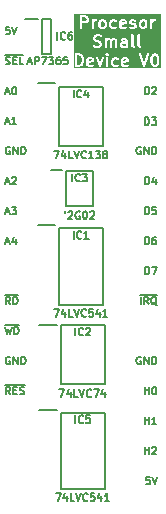
<source format=gto>
%TF.GenerationSoftware,KiCad,Pcbnew,9.0.4*%
%TF.CreationDate,2025-09-19T17:19:59+02:00*%
%TF.ProjectId,Processor Small Device,50726f63-6573-4736-9f72-20536d616c6c,V0*%
%TF.SameCoordinates,Original*%
%TF.FileFunction,Legend,Top*%
%TF.FilePolarity,Positive*%
%FSLAX46Y46*%
G04 Gerber Fmt 4.6, Leading zero omitted, Abs format (unit mm)*
G04 Created by KiCad (PCBNEW 9.0.4) date 2025-09-19 17:19:59*
%MOMM*%
%LPD*%
G01*
G04 APERTURE LIST*
%ADD10C,0.150000*%
%ADD11C,0.200000*%
G04 APERTURE END LIST*
D10*
X1235636Y-2795725D02*
X1326350Y-2825963D01*
X1326350Y-2825963D02*
X1477541Y-2825963D01*
X1477541Y-2825963D02*
X1538017Y-2795725D01*
X1538017Y-2795725D02*
X1568255Y-2765486D01*
X1568255Y-2765486D02*
X1598493Y-2705010D01*
X1598493Y-2705010D02*
X1598493Y-2644534D01*
X1598493Y-2644534D02*
X1568255Y-2584058D01*
X1568255Y-2584058D02*
X1538017Y-2553820D01*
X1538017Y-2553820D02*
X1477541Y-2523582D01*
X1477541Y-2523582D02*
X1356588Y-2493344D01*
X1356588Y-2493344D02*
X1296112Y-2463105D01*
X1296112Y-2463105D02*
X1265874Y-2432867D01*
X1265874Y-2432867D02*
X1235636Y-2372391D01*
X1235636Y-2372391D02*
X1235636Y-2311915D01*
X1235636Y-2311915D02*
X1265874Y-2251439D01*
X1265874Y-2251439D02*
X1296112Y-2221201D01*
X1296112Y-2221201D02*
X1356588Y-2190963D01*
X1356588Y-2190963D02*
X1507779Y-2190963D01*
X1507779Y-2190963D02*
X1598493Y-2221201D01*
X1870636Y-2493344D02*
X2082303Y-2493344D01*
X2173017Y-2825963D02*
X1870636Y-2825963D01*
X1870636Y-2825963D02*
X1870636Y-2190963D01*
X1870636Y-2190963D02*
X2173017Y-2190963D01*
X2747541Y-2825963D02*
X2445160Y-2825963D01*
X2445160Y-2825963D02*
X2445160Y-2190963D01*
X1178184Y-2014675D02*
X2744518Y-2014675D01*
X1235636Y-5184534D02*
X1538017Y-5184534D01*
X1175160Y-5365963D02*
X1386826Y-4730963D01*
X1386826Y-4730963D02*
X1598493Y-5365963D01*
X1931112Y-4730963D02*
X1991589Y-4730963D01*
X1991589Y-4730963D02*
X2052065Y-4761201D01*
X2052065Y-4761201D02*
X2082303Y-4791439D01*
X2082303Y-4791439D02*
X2112541Y-4851915D01*
X2112541Y-4851915D02*
X2142779Y-4972867D01*
X2142779Y-4972867D02*
X2142779Y-5124058D01*
X2142779Y-5124058D02*
X2112541Y-5245010D01*
X2112541Y-5245010D02*
X2082303Y-5305486D01*
X2082303Y-5305486D02*
X2052065Y-5335725D01*
X2052065Y-5335725D02*
X1991589Y-5365963D01*
X1991589Y-5365963D02*
X1931112Y-5365963D01*
X1931112Y-5365963D02*
X1870636Y-5335725D01*
X1870636Y-5335725D02*
X1840398Y-5305486D01*
X1840398Y-5305486D02*
X1810160Y-5245010D01*
X1810160Y-5245010D02*
X1779922Y-5124058D01*
X1779922Y-5124058D02*
X1779922Y-4972867D01*
X1779922Y-4972867D02*
X1810160Y-4851915D01*
X1810160Y-4851915D02*
X1840398Y-4791439D01*
X1840398Y-4791439D02*
X1870636Y-4761201D01*
X1870636Y-4761201D02*
X1931112Y-4730963D01*
X1235636Y-7724534D02*
X1538017Y-7724534D01*
X1175160Y-7905963D02*
X1386826Y-7270963D01*
X1386826Y-7270963D02*
X1598493Y-7905963D01*
X2142779Y-7905963D02*
X1779922Y-7905963D01*
X1961350Y-7905963D02*
X1961350Y-7270963D01*
X1961350Y-7270963D02*
X1900874Y-7361677D01*
X1900874Y-7361677D02*
X1840398Y-7422153D01*
X1840398Y-7422153D02*
X1779922Y-7452391D01*
X13036744Y-5365963D02*
X13036744Y-4730963D01*
X13036744Y-4730963D02*
X13187934Y-4730963D01*
X13187934Y-4730963D02*
X13278649Y-4761201D01*
X13278649Y-4761201D02*
X13339125Y-4821677D01*
X13339125Y-4821677D02*
X13369363Y-4882153D01*
X13369363Y-4882153D02*
X13399601Y-5003105D01*
X13399601Y-5003105D02*
X13399601Y-5093820D01*
X13399601Y-5093820D02*
X13369363Y-5214772D01*
X13369363Y-5214772D02*
X13339125Y-5275248D01*
X13339125Y-5275248D02*
X13278649Y-5335725D01*
X13278649Y-5335725D02*
X13187934Y-5365963D01*
X13187934Y-5365963D02*
X13036744Y-5365963D01*
X13641506Y-4791439D02*
X13671744Y-4761201D01*
X13671744Y-4761201D02*
X13732220Y-4730963D01*
X13732220Y-4730963D02*
X13883411Y-4730963D01*
X13883411Y-4730963D02*
X13943887Y-4761201D01*
X13943887Y-4761201D02*
X13974125Y-4791439D01*
X13974125Y-4791439D02*
X14004363Y-4851915D01*
X14004363Y-4851915D02*
X14004363Y-4912391D01*
X14004363Y-4912391D02*
X13974125Y-5003105D01*
X13974125Y-5003105D02*
X13611268Y-5365963D01*
X13611268Y-5365963D02*
X14004363Y-5365963D01*
X13030461Y-7949870D02*
X13030461Y-7314870D01*
X13030461Y-7314870D02*
X13181651Y-7314870D01*
X13181651Y-7314870D02*
X13272366Y-7345108D01*
X13272366Y-7345108D02*
X13332842Y-7405584D01*
X13332842Y-7405584D02*
X13363080Y-7466060D01*
X13363080Y-7466060D02*
X13393318Y-7587012D01*
X13393318Y-7587012D02*
X13393318Y-7677727D01*
X13393318Y-7677727D02*
X13363080Y-7798679D01*
X13363080Y-7798679D02*
X13332842Y-7859155D01*
X13332842Y-7859155D02*
X13272366Y-7919632D01*
X13272366Y-7919632D02*
X13181651Y-7949870D01*
X13181651Y-7949870D02*
X13030461Y-7949870D01*
X13604985Y-7314870D02*
X13998080Y-7314870D01*
X13998080Y-7314870D02*
X13786413Y-7556774D01*
X13786413Y-7556774D02*
X13877128Y-7556774D01*
X13877128Y-7556774D02*
X13937604Y-7587012D01*
X13937604Y-7587012D02*
X13967842Y-7617251D01*
X13967842Y-7617251D02*
X13998080Y-7677727D01*
X13998080Y-7677727D02*
X13998080Y-7828917D01*
X13998080Y-7828917D02*
X13967842Y-7889393D01*
X13967842Y-7889393D02*
X13937604Y-7919632D01*
X13937604Y-7919632D02*
X13877128Y-7949870D01*
X13877128Y-7949870D02*
X13695699Y-7949870D01*
X13695699Y-7949870D02*
X13635223Y-7919632D01*
X13635223Y-7919632D02*
X13604985Y-7889393D01*
X13036744Y-12985963D02*
X13036744Y-12350963D01*
X13036744Y-12350963D02*
X13187934Y-12350963D01*
X13187934Y-12350963D02*
X13278649Y-12381201D01*
X13278649Y-12381201D02*
X13339125Y-12441677D01*
X13339125Y-12441677D02*
X13369363Y-12502153D01*
X13369363Y-12502153D02*
X13399601Y-12623105D01*
X13399601Y-12623105D02*
X13399601Y-12713820D01*
X13399601Y-12713820D02*
X13369363Y-12834772D01*
X13369363Y-12834772D02*
X13339125Y-12895248D01*
X13339125Y-12895248D02*
X13278649Y-12955725D01*
X13278649Y-12955725D02*
X13187934Y-12985963D01*
X13187934Y-12985963D02*
X13036744Y-12985963D01*
X13943887Y-12562629D02*
X13943887Y-12985963D01*
X13792696Y-12320725D02*
X13641506Y-12774296D01*
X13641506Y-12774296D02*
X14034601Y-12774296D01*
X13036744Y-15525963D02*
X13036744Y-14890963D01*
X13036744Y-14890963D02*
X13187934Y-14890963D01*
X13187934Y-14890963D02*
X13278649Y-14921201D01*
X13278649Y-14921201D02*
X13339125Y-14981677D01*
X13339125Y-14981677D02*
X13369363Y-15042153D01*
X13369363Y-15042153D02*
X13399601Y-15163105D01*
X13399601Y-15163105D02*
X13399601Y-15253820D01*
X13399601Y-15253820D02*
X13369363Y-15374772D01*
X13369363Y-15374772D02*
X13339125Y-15435248D01*
X13339125Y-15435248D02*
X13278649Y-15495725D01*
X13278649Y-15495725D02*
X13187934Y-15525963D01*
X13187934Y-15525963D02*
X13036744Y-15525963D01*
X13974125Y-14890963D02*
X13671744Y-14890963D01*
X13671744Y-14890963D02*
X13641506Y-15193344D01*
X13641506Y-15193344D02*
X13671744Y-15163105D01*
X13671744Y-15163105D02*
X13732220Y-15132867D01*
X13732220Y-15132867D02*
X13883411Y-15132867D01*
X13883411Y-15132867D02*
X13943887Y-15163105D01*
X13943887Y-15163105D02*
X13974125Y-15193344D01*
X13974125Y-15193344D02*
X14004363Y-15253820D01*
X14004363Y-15253820D02*
X14004363Y-15405010D01*
X14004363Y-15405010D02*
X13974125Y-15465486D01*
X13974125Y-15465486D02*
X13943887Y-15495725D01*
X13943887Y-15495725D02*
X13883411Y-15525963D01*
X13883411Y-15525963D02*
X13732220Y-15525963D01*
X13732220Y-15525963D02*
X13671744Y-15495725D01*
X13671744Y-15495725D02*
X13641506Y-15465486D01*
X13036744Y-18065963D02*
X13036744Y-17430963D01*
X13036744Y-17430963D02*
X13187934Y-17430963D01*
X13187934Y-17430963D02*
X13278649Y-17461201D01*
X13278649Y-17461201D02*
X13339125Y-17521677D01*
X13339125Y-17521677D02*
X13369363Y-17582153D01*
X13369363Y-17582153D02*
X13399601Y-17703105D01*
X13399601Y-17703105D02*
X13399601Y-17793820D01*
X13399601Y-17793820D02*
X13369363Y-17914772D01*
X13369363Y-17914772D02*
X13339125Y-17975248D01*
X13339125Y-17975248D02*
X13278649Y-18035725D01*
X13278649Y-18035725D02*
X13187934Y-18065963D01*
X13187934Y-18065963D02*
X13036744Y-18065963D01*
X13943887Y-17430963D02*
X13822934Y-17430963D01*
X13822934Y-17430963D02*
X13762458Y-17461201D01*
X13762458Y-17461201D02*
X13732220Y-17491439D01*
X13732220Y-17491439D02*
X13671744Y-17582153D01*
X13671744Y-17582153D02*
X13641506Y-17703105D01*
X13641506Y-17703105D02*
X13641506Y-17945010D01*
X13641506Y-17945010D02*
X13671744Y-18005486D01*
X13671744Y-18005486D02*
X13701982Y-18035725D01*
X13701982Y-18035725D02*
X13762458Y-18065963D01*
X13762458Y-18065963D02*
X13883411Y-18065963D01*
X13883411Y-18065963D02*
X13943887Y-18035725D01*
X13943887Y-18035725D02*
X13974125Y-18005486D01*
X13974125Y-18005486D02*
X14004363Y-17945010D01*
X14004363Y-17945010D02*
X14004363Y-17793820D01*
X14004363Y-17793820D02*
X13974125Y-17733344D01*
X13974125Y-17733344D02*
X13943887Y-17703105D01*
X13943887Y-17703105D02*
X13883411Y-17672867D01*
X13883411Y-17672867D02*
X13762458Y-17672867D01*
X13762458Y-17672867D02*
X13701982Y-17703105D01*
X13701982Y-17703105D02*
X13671744Y-17733344D01*
X13671744Y-17733344D02*
X13641506Y-17793820D01*
X13036744Y-20605963D02*
X13036744Y-19970963D01*
X13036744Y-19970963D02*
X13187934Y-19970963D01*
X13187934Y-19970963D02*
X13278649Y-20001201D01*
X13278649Y-20001201D02*
X13339125Y-20061677D01*
X13339125Y-20061677D02*
X13369363Y-20122153D01*
X13369363Y-20122153D02*
X13399601Y-20243105D01*
X13399601Y-20243105D02*
X13399601Y-20333820D01*
X13399601Y-20333820D02*
X13369363Y-20454772D01*
X13369363Y-20454772D02*
X13339125Y-20515248D01*
X13339125Y-20515248D02*
X13278649Y-20575725D01*
X13278649Y-20575725D02*
X13187934Y-20605963D01*
X13187934Y-20605963D02*
X13036744Y-20605963D01*
X13611268Y-19970963D02*
X14034601Y-19970963D01*
X14034601Y-19970963D02*
X13762458Y-20605963D01*
X12673887Y-23145963D02*
X12673887Y-22510963D01*
X13339125Y-23145963D02*
X13127458Y-22843582D01*
X12976268Y-23145963D02*
X12976268Y-22510963D01*
X12976268Y-22510963D02*
X13218173Y-22510963D01*
X13218173Y-22510963D02*
X13278649Y-22541201D01*
X13278649Y-22541201D02*
X13308887Y-22571439D01*
X13308887Y-22571439D02*
X13339125Y-22631915D01*
X13339125Y-22631915D02*
X13339125Y-22722629D01*
X13339125Y-22722629D02*
X13308887Y-22783105D01*
X13308887Y-22783105D02*
X13278649Y-22813344D01*
X13278649Y-22813344D02*
X13218173Y-22843582D01*
X13218173Y-22843582D02*
X12976268Y-22843582D01*
X14034601Y-23206439D02*
X13974125Y-23176201D01*
X13974125Y-23176201D02*
X13913649Y-23115725D01*
X13913649Y-23115725D02*
X13822935Y-23025010D01*
X13822935Y-23025010D02*
X13762458Y-22994772D01*
X13762458Y-22994772D02*
X13701982Y-22994772D01*
X13732220Y-23145963D02*
X13671744Y-23115725D01*
X13671744Y-23115725D02*
X13611268Y-23055248D01*
X13611268Y-23055248D02*
X13581030Y-22934296D01*
X13581030Y-22934296D02*
X13581030Y-22722629D01*
X13581030Y-22722629D02*
X13611268Y-22601677D01*
X13611268Y-22601677D02*
X13671744Y-22541201D01*
X13671744Y-22541201D02*
X13732220Y-22510963D01*
X13732220Y-22510963D02*
X13853173Y-22510963D01*
X13853173Y-22510963D02*
X13913649Y-22541201D01*
X13913649Y-22541201D02*
X13974125Y-22601677D01*
X13974125Y-22601677D02*
X14004363Y-22722629D01*
X14004363Y-22722629D02*
X14004363Y-22934296D01*
X14004363Y-22934296D02*
X13974125Y-23055248D01*
X13974125Y-23055248D02*
X13913649Y-23115725D01*
X13913649Y-23115725D02*
X13853173Y-23145963D01*
X13853173Y-23145963D02*
X13732220Y-23145963D01*
X12586197Y-22334675D02*
X14061816Y-22334675D01*
X13006506Y-30765963D02*
X13006506Y-30130963D01*
X13006506Y-30433344D02*
X13369363Y-30433344D01*
X13369363Y-30765963D02*
X13369363Y-30130963D01*
X13792696Y-30130963D02*
X13853173Y-30130963D01*
X13853173Y-30130963D02*
X13913649Y-30161201D01*
X13913649Y-30161201D02*
X13943887Y-30191439D01*
X13943887Y-30191439D02*
X13974125Y-30251915D01*
X13974125Y-30251915D02*
X14004363Y-30372867D01*
X14004363Y-30372867D02*
X14004363Y-30524058D01*
X14004363Y-30524058D02*
X13974125Y-30645010D01*
X13974125Y-30645010D02*
X13943887Y-30705486D01*
X13943887Y-30705486D02*
X13913649Y-30735725D01*
X13913649Y-30735725D02*
X13853173Y-30765963D01*
X13853173Y-30765963D02*
X13792696Y-30765963D01*
X13792696Y-30765963D02*
X13732220Y-30735725D01*
X13732220Y-30735725D02*
X13701982Y-30705486D01*
X13701982Y-30705486D02*
X13671744Y-30645010D01*
X13671744Y-30645010D02*
X13641506Y-30524058D01*
X13641506Y-30524058D02*
X13641506Y-30372867D01*
X13641506Y-30372867D02*
X13671744Y-30251915D01*
X13671744Y-30251915D02*
X13701982Y-30191439D01*
X13701982Y-30191439D02*
X13732220Y-30161201D01*
X13732220Y-30161201D02*
X13792696Y-30130963D01*
X13006506Y-33305963D02*
X13006506Y-32670963D01*
X13006506Y-32973344D02*
X13369363Y-32973344D01*
X13369363Y-33305963D02*
X13369363Y-32670963D01*
X14004363Y-33305963D02*
X13641506Y-33305963D01*
X13822934Y-33305963D02*
X13822934Y-32670963D01*
X13822934Y-32670963D02*
X13762458Y-32761677D01*
X13762458Y-32761677D02*
X13701982Y-32822153D01*
X13701982Y-32822153D02*
X13641506Y-32852391D01*
X13006506Y-35845963D02*
X13006506Y-35210963D01*
X13006506Y-35513344D02*
X13369363Y-35513344D01*
X13369363Y-35845963D02*
X13369363Y-35210963D01*
X13641506Y-35271439D02*
X13671744Y-35241201D01*
X13671744Y-35241201D02*
X13732220Y-35210963D01*
X13732220Y-35210963D02*
X13883411Y-35210963D01*
X13883411Y-35210963D02*
X13943887Y-35241201D01*
X13943887Y-35241201D02*
X13974125Y-35271439D01*
X13974125Y-35271439D02*
X14004363Y-35331915D01*
X14004363Y-35331915D02*
X14004363Y-35392391D01*
X14004363Y-35392391D02*
X13974125Y-35483105D01*
X13974125Y-35483105D02*
X13611268Y-35845963D01*
X13611268Y-35845963D02*
X14004363Y-35845963D01*
X1628731Y-30765963D02*
X1417064Y-30463582D01*
X1265874Y-30765963D02*
X1265874Y-30130963D01*
X1265874Y-30130963D02*
X1507779Y-30130963D01*
X1507779Y-30130963D02*
X1568255Y-30161201D01*
X1568255Y-30161201D02*
X1598493Y-30191439D01*
X1598493Y-30191439D02*
X1628731Y-30251915D01*
X1628731Y-30251915D02*
X1628731Y-30342629D01*
X1628731Y-30342629D02*
X1598493Y-30403105D01*
X1598493Y-30403105D02*
X1568255Y-30433344D01*
X1568255Y-30433344D02*
X1507779Y-30463582D01*
X1507779Y-30463582D02*
X1265874Y-30463582D01*
X1900874Y-30433344D02*
X2112541Y-30433344D01*
X2203255Y-30765963D02*
X1900874Y-30765963D01*
X1900874Y-30765963D02*
X1900874Y-30130963D01*
X1900874Y-30130963D02*
X2203255Y-30130963D01*
X2445160Y-30735725D02*
X2535874Y-30765963D01*
X2535874Y-30765963D02*
X2687065Y-30765963D01*
X2687065Y-30765963D02*
X2747541Y-30735725D01*
X2747541Y-30735725D02*
X2777779Y-30705486D01*
X2777779Y-30705486D02*
X2808017Y-30645010D01*
X2808017Y-30645010D02*
X2808017Y-30584534D01*
X2808017Y-30584534D02*
X2777779Y-30524058D01*
X2777779Y-30524058D02*
X2747541Y-30493820D01*
X2747541Y-30493820D02*
X2687065Y-30463582D01*
X2687065Y-30463582D02*
X2566112Y-30433344D01*
X2566112Y-30433344D02*
X2505636Y-30403105D01*
X2505636Y-30403105D02*
X2475398Y-30372867D01*
X2475398Y-30372867D02*
X2445160Y-30312391D01*
X2445160Y-30312391D02*
X2445160Y-30251915D01*
X2445160Y-30251915D02*
X2475398Y-30191439D01*
X2475398Y-30191439D02*
X2505636Y-30161201D01*
X2505636Y-30161201D02*
X2566112Y-30130963D01*
X2566112Y-30130963D02*
X2717303Y-30130963D01*
X2717303Y-30130963D02*
X2808017Y-30161201D01*
X1178184Y-29954675D02*
X2865470Y-29954675D01*
X1628731Y-23145963D02*
X1417064Y-22843582D01*
X1265874Y-23145963D02*
X1265874Y-22510963D01*
X1265874Y-22510963D02*
X1507779Y-22510963D01*
X1507779Y-22510963D02*
X1568255Y-22541201D01*
X1568255Y-22541201D02*
X1598493Y-22571439D01*
X1598493Y-22571439D02*
X1628731Y-22631915D01*
X1628731Y-22631915D02*
X1628731Y-22722629D01*
X1628731Y-22722629D02*
X1598493Y-22783105D01*
X1598493Y-22783105D02*
X1568255Y-22813344D01*
X1568255Y-22813344D02*
X1507779Y-22843582D01*
X1507779Y-22843582D02*
X1265874Y-22843582D01*
X1900874Y-23145963D02*
X1900874Y-22510963D01*
X1900874Y-22510963D02*
X2052064Y-22510963D01*
X2052064Y-22510963D02*
X2142779Y-22541201D01*
X2142779Y-22541201D02*
X2203255Y-22601677D01*
X2203255Y-22601677D02*
X2233493Y-22662153D01*
X2233493Y-22662153D02*
X2263731Y-22783105D01*
X2263731Y-22783105D02*
X2263731Y-22873820D01*
X2263731Y-22873820D02*
X2233493Y-22994772D01*
X2233493Y-22994772D02*
X2203255Y-23055248D01*
X2203255Y-23055248D02*
X2142779Y-23115725D01*
X2142779Y-23115725D02*
X2052064Y-23145963D01*
X2052064Y-23145963D02*
X1900874Y-23145963D01*
X1178184Y-22334675D02*
X2321184Y-22334675D01*
X1205398Y-25050963D02*
X1356588Y-25685963D01*
X1356588Y-25685963D02*
X1477541Y-25232391D01*
X1477541Y-25232391D02*
X1598493Y-25685963D01*
X1598493Y-25685963D02*
X1749684Y-25050963D01*
X1991588Y-25685963D02*
X1991588Y-25050963D01*
X1991588Y-25050963D02*
X2142778Y-25050963D01*
X2142778Y-25050963D02*
X2233493Y-25081201D01*
X2233493Y-25081201D02*
X2293969Y-25141677D01*
X2293969Y-25141677D02*
X2324207Y-25202153D01*
X2324207Y-25202153D02*
X2354445Y-25323105D01*
X2354445Y-25323105D02*
X2354445Y-25413820D01*
X2354445Y-25413820D02*
X2324207Y-25534772D01*
X2324207Y-25534772D02*
X2293969Y-25595248D01*
X2293969Y-25595248D02*
X2233493Y-25655725D01*
X2233493Y-25655725D02*
X2142778Y-25685963D01*
X2142778Y-25685963D02*
X1991588Y-25685963D01*
X1178184Y-24874675D02*
X2411898Y-24874675D01*
X1235636Y-12804534D02*
X1538017Y-12804534D01*
X1175160Y-12985963D02*
X1386826Y-12350963D01*
X1386826Y-12350963D02*
X1598493Y-12985963D01*
X1779922Y-12411439D02*
X1810160Y-12381201D01*
X1810160Y-12381201D02*
X1870636Y-12350963D01*
X1870636Y-12350963D02*
X2021827Y-12350963D01*
X2021827Y-12350963D02*
X2082303Y-12381201D01*
X2082303Y-12381201D02*
X2112541Y-12411439D01*
X2112541Y-12411439D02*
X2142779Y-12471915D01*
X2142779Y-12471915D02*
X2142779Y-12532391D01*
X2142779Y-12532391D02*
X2112541Y-12623105D01*
X2112541Y-12623105D02*
X1749684Y-12985963D01*
X1749684Y-12985963D02*
X2142779Y-12985963D01*
X1235636Y-15344534D02*
X1538017Y-15344534D01*
X1175160Y-15525963D02*
X1386826Y-14890963D01*
X1386826Y-14890963D02*
X1598493Y-15525963D01*
X1749684Y-14890963D02*
X2142779Y-14890963D01*
X2142779Y-14890963D02*
X1931112Y-15132867D01*
X1931112Y-15132867D02*
X2021827Y-15132867D01*
X2021827Y-15132867D02*
X2082303Y-15163105D01*
X2082303Y-15163105D02*
X2112541Y-15193344D01*
X2112541Y-15193344D02*
X2142779Y-15253820D01*
X2142779Y-15253820D02*
X2142779Y-15405010D01*
X2142779Y-15405010D02*
X2112541Y-15465486D01*
X2112541Y-15465486D02*
X2082303Y-15495725D01*
X2082303Y-15495725D02*
X2021827Y-15525963D01*
X2021827Y-15525963D02*
X1840398Y-15525963D01*
X1840398Y-15525963D02*
X1779922Y-15495725D01*
X1779922Y-15495725D02*
X1749684Y-15465486D01*
X1235636Y-17884534D02*
X1538017Y-17884534D01*
X1175160Y-18065963D02*
X1386826Y-17430963D01*
X1386826Y-17430963D02*
X1598493Y-18065963D01*
X2082303Y-17642629D02*
X2082303Y-18065963D01*
X1931112Y-17400725D02*
X1779922Y-17854296D01*
X1779922Y-17854296D02*
X2173017Y-17854296D01*
X1568255Y349036D02*
X1265874Y349036D01*
X1265874Y349036D02*
X1235636Y46655D01*
X1235636Y46655D02*
X1265874Y76894D01*
X1265874Y76894D02*
X1326350Y107132D01*
X1326350Y107132D02*
X1477541Y107132D01*
X1477541Y107132D02*
X1538017Y76894D01*
X1538017Y76894D02*
X1568255Y46655D01*
X1568255Y46655D02*
X1598493Y-13820D01*
X1598493Y-13820D02*
X1598493Y-165010D01*
X1598493Y-165010D02*
X1568255Y-225486D01*
X1568255Y-225486D02*
X1538017Y-255725D01*
X1538017Y-255725D02*
X1477541Y-285963D01*
X1477541Y-285963D02*
X1326350Y-285963D01*
X1326350Y-285963D02*
X1265874Y-255725D01*
X1265874Y-255725D02*
X1235636Y-225486D01*
X1779922Y349036D02*
X1991588Y-285963D01*
X1991588Y-285963D02*
X2203255Y349036D01*
X12673887Y-27621201D02*
X12613411Y-27590963D01*
X12613411Y-27590963D02*
X12522697Y-27590963D01*
X12522697Y-27590963D02*
X12431982Y-27621201D01*
X12431982Y-27621201D02*
X12371506Y-27681677D01*
X12371506Y-27681677D02*
X12341268Y-27742153D01*
X12341268Y-27742153D02*
X12311030Y-27863105D01*
X12311030Y-27863105D02*
X12311030Y-27953820D01*
X12311030Y-27953820D02*
X12341268Y-28074772D01*
X12341268Y-28074772D02*
X12371506Y-28135248D01*
X12371506Y-28135248D02*
X12431982Y-28195725D01*
X12431982Y-28195725D02*
X12522697Y-28225963D01*
X12522697Y-28225963D02*
X12583173Y-28225963D01*
X12583173Y-28225963D02*
X12673887Y-28195725D01*
X12673887Y-28195725D02*
X12704125Y-28165486D01*
X12704125Y-28165486D02*
X12704125Y-27953820D01*
X12704125Y-27953820D02*
X12583173Y-27953820D01*
X12976268Y-28225963D02*
X12976268Y-27590963D01*
X12976268Y-27590963D02*
X13339125Y-28225963D01*
X13339125Y-28225963D02*
X13339125Y-27590963D01*
X13641506Y-28225963D02*
X13641506Y-27590963D01*
X13641506Y-27590963D02*
X13792696Y-27590963D01*
X13792696Y-27590963D02*
X13883411Y-27621201D01*
X13883411Y-27621201D02*
X13943887Y-27681677D01*
X13943887Y-27681677D02*
X13974125Y-27742153D01*
X13974125Y-27742153D02*
X14004363Y-27863105D01*
X14004363Y-27863105D02*
X14004363Y-27953820D01*
X14004363Y-27953820D02*
X13974125Y-28074772D01*
X13974125Y-28074772D02*
X13943887Y-28135248D01*
X13943887Y-28135248D02*
X13883411Y-28195725D01*
X13883411Y-28195725D02*
X13792696Y-28225963D01*
X13792696Y-28225963D02*
X13641506Y-28225963D01*
D11*
G36*
X7542551Y-2086184D02*
G01*
X7609624Y-2153257D01*
X7645076Y-2224162D01*
X7687047Y-2392043D01*
X7687047Y-2510281D01*
X7645076Y-2678162D01*
X7609623Y-2749068D01*
X7542552Y-2816141D01*
X7437487Y-2851163D01*
X7315619Y-2851163D01*
X7315619Y-2051163D01*
X7437487Y-2051163D01*
X7542551Y-2086184D01*
G37*
G36*
X8522035Y-2406651D02*
G01*
X8539485Y-2441551D01*
X8268000Y-2495848D01*
X8268000Y-2450960D01*
X8290155Y-2406650D01*
X8334464Y-2384496D01*
X8477726Y-2384496D01*
X8522035Y-2406651D01*
G37*
G36*
X11474416Y-2406651D02*
G01*
X11491866Y-2441551D01*
X11220381Y-2495848D01*
X11220381Y-2450960D01*
X11242536Y-2406650D01*
X11286845Y-2384496D01*
X11430107Y-2384496D01*
X11474416Y-2406651D01*
G37*
G36*
X13965907Y-2080968D02*
G01*
X13990576Y-2105636D01*
X14026029Y-2176543D01*
X14068000Y-2344424D01*
X14068000Y-2557900D01*
X14026029Y-2725781D01*
X13990576Y-2796687D01*
X13965907Y-2821357D01*
X13906298Y-2851163D01*
X13858274Y-2851163D01*
X13798664Y-2821358D01*
X13773997Y-2796690D01*
X13738542Y-2725781D01*
X13696572Y-2557900D01*
X13696572Y-2344425D01*
X13738542Y-2176543D01*
X13773996Y-2105636D01*
X13798664Y-2080967D01*
X13858274Y-2051163D01*
X13906298Y-2051163D01*
X13965907Y-2080968D01*
G37*
G36*
X11401332Y-1231796D02*
G01*
X11382487Y-1241219D01*
X11191606Y-1241219D01*
X11147296Y-1219064D01*
X11125142Y-1174754D01*
X11125142Y-1126730D01*
X11147297Y-1082420D01*
X11191606Y-1060266D01*
X11401332Y-1060266D01*
X11401332Y-1231796D01*
G37*
G36*
X9561144Y805585D02*
G01*
X9585813Y780917D01*
X9615618Y721308D01*
X9615618Y482808D01*
X9585813Y423198D01*
X9561142Y398527D01*
X9501536Y368724D01*
X9405891Y368724D01*
X9346283Y398528D01*
X9321614Y423198D01*
X9291809Y482808D01*
X9291809Y721307D01*
X9321614Y780917D01*
X9346282Y805586D01*
X9405892Y835391D01*
X9501535Y835391D01*
X9561144Y805585D01*
G37*
G36*
X11307749Y813235D02*
G01*
X11325199Y778335D01*
X11053714Y724038D01*
X11053714Y768926D01*
X11075869Y813236D01*
X11120178Y835391D01*
X11263440Y835391D01*
X11307749Y813235D01*
G37*
G36*
X12989716Y805585D02*
G01*
X13014385Y780917D01*
X13044190Y721308D01*
X13044190Y482808D01*
X13014385Y423198D01*
X12989714Y398527D01*
X12930108Y368724D01*
X12834463Y368724D01*
X12774855Y398528D01*
X12750186Y423198D01*
X12720381Y482808D01*
X12720381Y721307D01*
X12750186Y780917D01*
X12774854Y805586D01*
X12834464Y835391D01*
X12930107Y835391D01*
X12989716Y805585D01*
G37*
G36*
X8037334Y1138918D02*
G01*
X8062003Y1114250D01*
X8091808Y1054641D01*
X8091808Y958998D01*
X8062003Y899388D01*
X8037334Y874720D01*
X7977725Y844915D01*
X7720380Y844915D01*
X7720380Y1168724D01*
X7977725Y1168724D01*
X8037334Y1138918D01*
G37*
G36*
X14379111Y-3162274D02*
G01*
X7004508Y-3162274D01*
X7004508Y-1951163D01*
X7115619Y-1951163D01*
X7115619Y-2951163D01*
X7117540Y-2970672D01*
X7132472Y-3006720D01*
X7160062Y-3034310D01*
X7196110Y-3049242D01*
X7215619Y-3051163D01*
X7453714Y-3051163D01*
X7463587Y-3050190D01*
X7466221Y-3050378D01*
X7469684Y-3049590D01*
X7473223Y-3049242D01*
X7475665Y-3048230D01*
X7485337Y-3046031D01*
X7628193Y-2998412D01*
X7646094Y-2990421D01*
X7648809Y-2988066D01*
X7652129Y-2986691D01*
X7667282Y-2974254D01*
X7762520Y-2879015D01*
X7768812Y-2871348D01*
X7770809Y-2869617D01*
X7772702Y-2866609D01*
X7774957Y-2863862D01*
X7775968Y-2861420D01*
X7781252Y-2853026D01*
X7828871Y-2757789D01*
X7829417Y-2756360D01*
X7829847Y-2755781D01*
X7832768Y-2747604D01*
X7835877Y-2739480D01*
X7835928Y-2738759D01*
X7836442Y-2737321D01*
X7884061Y-2546845D01*
X7884561Y-2543463D01*
X7885126Y-2542100D01*
X7885849Y-2534749D01*
X7886929Y-2527452D01*
X7886711Y-2525993D01*
X7887047Y-2522591D01*
X7887047Y-2427353D01*
X8068000Y-2427353D01*
X8068000Y-2808305D01*
X8069921Y-2827814D01*
X8071296Y-2831134D01*
X8071551Y-2834717D01*
X8078557Y-2853026D01*
X8126176Y-2948265D01*
X8128229Y-2951528D01*
X8128743Y-2953067D01*
X8130405Y-2954983D01*
X8136619Y-2964855D01*
X8146090Y-2973069D01*
X8154307Y-2982544D01*
X8164177Y-2988756D01*
X8166095Y-2990420D01*
X8167635Y-2990933D01*
X8170898Y-2992987D01*
X8266135Y-3040606D01*
X8284444Y-3047612D01*
X8288027Y-3047866D01*
X8291348Y-3049242D01*
X8310857Y-3051163D01*
X8501333Y-3051163D01*
X8520842Y-3049242D01*
X8524162Y-3047866D01*
X8527746Y-3047612D01*
X8546054Y-3040606D01*
X8641292Y-2992987D01*
X8657882Y-2982544D01*
X8683447Y-2953067D01*
X8695785Y-2916051D01*
X8693020Y-2877131D01*
X8675571Y-2842233D01*
X8646094Y-2816668D01*
X8609078Y-2804329D01*
X8570158Y-2807095D01*
X8551849Y-2814101D01*
X8477726Y-2851163D01*
X8334464Y-2851163D01*
X8290154Y-2829008D01*
X8268000Y-2784698D01*
X8268000Y-2699809D01*
X8663696Y-2620670D01*
X8663699Y-2620670D01*
X8663701Y-2620668D01*
X8663801Y-2620649D01*
X8682555Y-2614939D01*
X8690695Y-2609487D01*
X8699747Y-2605738D01*
X8706748Y-2598736D01*
X8714974Y-2593228D01*
X8720408Y-2585076D01*
X8727337Y-2578148D01*
X8731126Y-2569000D01*
X8736618Y-2560763D01*
X8738519Y-2551152D01*
X8742269Y-2542100D01*
X8744190Y-2522591D01*
X8744190Y-2427353D01*
X8742269Y-2407844D01*
X8740893Y-2404523D01*
X8740639Y-2400940D01*
X8733633Y-2382631D01*
X8691873Y-2299111D01*
X8878597Y-2299111D01*
X8883350Y-2318130D01*
X9121445Y-2984796D01*
X9129815Y-3002523D01*
X9133185Y-3006245D01*
X9135333Y-3010780D01*
X9146184Y-3020603D01*
X9156002Y-3031448D01*
X9160534Y-3033595D01*
X9164259Y-3036967D01*
X9178049Y-3041891D01*
X9191264Y-3048152D01*
X9196274Y-3048401D01*
X9201004Y-3050090D01*
X9215625Y-3049362D01*
X9230234Y-3050089D01*
X9234959Y-3048401D01*
X9239974Y-3048152D01*
X9253200Y-3041886D01*
X9266979Y-3036966D01*
X9270699Y-3033597D01*
X9275236Y-3031449D01*
X9285058Y-3020598D01*
X9295905Y-3010780D01*
X9298052Y-3006245D01*
X9301423Y-3002523D01*
X9309793Y-2984797D01*
X9547888Y-2318130D01*
X9552641Y-2299111D01*
X9551914Y-2284496D01*
X9734667Y-2284496D01*
X9734667Y-2951163D01*
X9736588Y-2970672D01*
X9751520Y-3006720D01*
X9779110Y-3034310D01*
X9815158Y-3049242D01*
X9854176Y-3049242D01*
X9890224Y-3034310D01*
X9917814Y-3006720D01*
X9932746Y-2970672D01*
X9934667Y-2951163D01*
X9934667Y-2474972D01*
X10163238Y-2474972D01*
X10163238Y-2760686D01*
X10165159Y-2780195D01*
X10166534Y-2783515D01*
X10166789Y-2787099D01*
X10173795Y-2805407D01*
X10221414Y-2900645D01*
X10226697Y-2909037D01*
X10227709Y-2911481D01*
X10229965Y-2914230D01*
X10231857Y-2917235D01*
X10233851Y-2918964D01*
X10240146Y-2926634D01*
X10287764Y-2974254D01*
X10295432Y-2980547D01*
X10297164Y-2982544D01*
X10300172Y-2984437D01*
X10302918Y-2986691D01*
X10305358Y-2987701D01*
X10313755Y-2992987D01*
X10408992Y-3040606D01*
X10427301Y-3047612D01*
X10430884Y-3047866D01*
X10434205Y-3049242D01*
X10453714Y-3051163D01*
X10644190Y-3051163D01*
X10663699Y-3049242D01*
X10667019Y-3047866D01*
X10670603Y-3047612D01*
X10688911Y-3040606D01*
X10784149Y-2992987D01*
X10800739Y-2982544D01*
X10826304Y-2953067D01*
X10838642Y-2916051D01*
X10835877Y-2877131D01*
X10818428Y-2842233D01*
X10788951Y-2816668D01*
X10751935Y-2804329D01*
X10713015Y-2807095D01*
X10694706Y-2814101D01*
X10620583Y-2851163D01*
X10477321Y-2851163D01*
X10417711Y-2821358D01*
X10393044Y-2796690D01*
X10363238Y-2737078D01*
X10363238Y-2498579D01*
X10393043Y-2438969D01*
X10417711Y-2414300D01*
X10477321Y-2384496D01*
X10620583Y-2384496D01*
X10694706Y-2421558D01*
X10713015Y-2428564D01*
X10751935Y-2431330D01*
X10763866Y-2427353D01*
X11020381Y-2427353D01*
X11020381Y-2808305D01*
X11022302Y-2827814D01*
X11023677Y-2831134D01*
X11023932Y-2834717D01*
X11030938Y-2853026D01*
X11078557Y-2948265D01*
X11080610Y-2951528D01*
X11081124Y-2953067D01*
X11082786Y-2954983D01*
X11089000Y-2964855D01*
X11098471Y-2973069D01*
X11106688Y-2982544D01*
X11116558Y-2988756D01*
X11118476Y-2990420D01*
X11120016Y-2990933D01*
X11123279Y-2992987D01*
X11218516Y-3040606D01*
X11236825Y-3047612D01*
X11240408Y-3047866D01*
X11243729Y-3049242D01*
X11263238Y-3051163D01*
X11453714Y-3051163D01*
X11473223Y-3049242D01*
X11476543Y-3047866D01*
X11480127Y-3047612D01*
X11498435Y-3040606D01*
X11593673Y-2992987D01*
X11610263Y-2982544D01*
X11635828Y-2953067D01*
X11648166Y-2916051D01*
X11645401Y-2877131D01*
X11627952Y-2842233D01*
X11598475Y-2816668D01*
X11561459Y-2804329D01*
X11522539Y-2807095D01*
X11504230Y-2814101D01*
X11430107Y-2851163D01*
X11286845Y-2851163D01*
X11242535Y-2829008D01*
X11220381Y-2784698D01*
X11220381Y-2699809D01*
X11616077Y-2620670D01*
X11616080Y-2620670D01*
X11616082Y-2620668D01*
X11616182Y-2620649D01*
X11634936Y-2614939D01*
X11643076Y-2609487D01*
X11652128Y-2605738D01*
X11659129Y-2598736D01*
X11667355Y-2593228D01*
X11672789Y-2585076D01*
X11679718Y-2578148D01*
X11683507Y-2569000D01*
X11688999Y-2560763D01*
X11690900Y-2551152D01*
X11694650Y-2542100D01*
X11696571Y-2522591D01*
X11696571Y-2427353D01*
X11694650Y-2407844D01*
X11693274Y-2404523D01*
X11693020Y-2400940D01*
X11686014Y-2382631D01*
X11638395Y-2287394D01*
X11636340Y-2284130D01*
X11635828Y-2282592D01*
X11634166Y-2280676D01*
X11627952Y-2270803D01*
X11618476Y-2262585D01*
X11610263Y-2253115D01*
X11600391Y-2246901D01*
X11598475Y-2245239D01*
X11596936Y-2244725D01*
X11593673Y-2242672D01*
X11498435Y-2195053D01*
X11480127Y-2188047D01*
X11476543Y-2187792D01*
X11473223Y-2186417D01*
X11453714Y-2184496D01*
X11263238Y-2184496D01*
X11243729Y-2186417D01*
X11240408Y-2187792D01*
X11236825Y-2188047D01*
X11218516Y-2195053D01*
X11123279Y-2242672D01*
X11120015Y-2244726D01*
X11118477Y-2245239D01*
X11116561Y-2246900D01*
X11106688Y-2253115D01*
X11098470Y-2262590D01*
X11089000Y-2270804D01*
X11082786Y-2280675D01*
X11081124Y-2282592D01*
X11080610Y-2284130D01*
X11078557Y-2287394D01*
X11030938Y-2382632D01*
X11023932Y-2400940D01*
X11023677Y-2404523D01*
X11022302Y-2407844D01*
X11020381Y-2427353D01*
X10763866Y-2427353D01*
X10788951Y-2418991D01*
X10818428Y-2393426D01*
X10835877Y-2358528D01*
X10838642Y-2319608D01*
X10826304Y-2282592D01*
X10800739Y-2253115D01*
X10784149Y-2242672D01*
X10688911Y-2195053D01*
X10670603Y-2188047D01*
X10667019Y-2187792D01*
X10663699Y-2186417D01*
X10644190Y-2184496D01*
X10453714Y-2184496D01*
X10434205Y-2186417D01*
X10430884Y-2187792D01*
X10427301Y-2188047D01*
X10408992Y-2195053D01*
X10313755Y-2242672D01*
X10305358Y-2247957D01*
X10302918Y-2248968D01*
X10300172Y-2251221D01*
X10297164Y-2253115D01*
X10295431Y-2255112D01*
X10287765Y-2261405D01*
X10240146Y-2309023D01*
X10233851Y-2316693D01*
X10231857Y-2318423D01*
X10229963Y-2321430D01*
X10227710Y-2324177D01*
X10226699Y-2326616D01*
X10221414Y-2335013D01*
X10173795Y-2430251D01*
X10166789Y-2448559D01*
X10166534Y-2452142D01*
X10165159Y-2455463D01*
X10163238Y-2474972D01*
X9934667Y-2474972D01*
X9934667Y-2284496D01*
X9932746Y-2264987D01*
X9917814Y-2228939D01*
X9890224Y-2201349D01*
X9854176Y-2186417D01*
X9815158Y-2186417D01*
X9779110Y-2201349D01*
X9751520Y-2228939D01*
X9736588Y-2264987D01*
X9734667Y-2284496D01*
X9551914Y-2284496D01*
X9550703Y-2260141D01*
X9534000Y-2224879D01*
X9505074Y-2198693D01*
X9468329Y-2185570D01*
X9429359Y-2187507D01*
X9394097Y-2204211D01*
X9367910Y-2233136D01*
X9359540Y-2250863D01*
X9215619Y-2653841D01*
X9071698Y-2250862D01*
X9063328Y-2233136D01*
X9037141Y-2204210D01*
X9001879Y-2187507D01*
X8962909Y-2185569D01*
X8926164Y-2198692D01*
X8897238Y-2224879D01*
X8880535Y-2260141D01*
X8878597Y-2299111D01*
X8691873Y-2299111D01*
X8686014Y-2287394D01*
X8683959Y-2284130D01*
X8683447Y-2282592D01*
X8681785Y-2280676D01*
X8675571Y-2270803D01*
X8666095Y-2262585D01*
X8657882Y-2253115D01*
X8648010Y-2246901D01*
X8646094Y-2245239D01*
X8644555Y-2244725D01*
X8641292Y-2242672D01*
X8546054Y-2195053D01*
X8527746Y-2188047D01*
X8524162Y-2187792D01*
X8520842Y-2186417D01*
X8501333Y-2184496D01*
X8310857Y-2184496D01*
X8291348Y-2186417D01*
X8288027Y-2187792D01*
X8284444Y-2188047D01*
X8266135Y-2195053D01*
X8170898Y-2242672D01*
X8167634Y-2244726D01*
X8166096Y-2245239D01*
X8164180Y-2246900D01*
X8154307Y-2253115D01*
X8146089Y-2262590D01*
X8136619Y-2270804D01*
X8130405Y-2280675D01*
X8128743Y-2282592D01*
X8128229Y-2284130D01*
X8126176Y-2287394D01*
X8078557Y-2382632D01*
X8071551Y-2400940D01*
X8071296Y-2404523D01*
X8069921Y-2407844D01*
X8068000Y-2427353D01*
X7887047Y-2427353D01*
X7887047Y-2379734D01*
X7886711Y-2376331D01*
X7886929Y-2374873D01*
X7885849Y-2367575D01*
X7885126Y-2360225D01*
X7884561Y-2358861D01*
X7884061Y-2355480D01*
X7836442Y-2165004D01*
X7835928Y-2163565D01*
X7835877Y-2162845D01*
X7832768Y-2154720D01*
X7829847Y-2146544D01*
X7829417Y-2145964D01*
X7828871Y-2144536D01*
X7781252Y-2049299D01*
X7775965Y-2040900D01*
X7774956Y-2038463D01*
X7772704Y-2035719D01*
X7770809Y-2032708D01*
X7768811Y-2030975D01*
X7762520Y-2023309D01*
X7718484Y-1979273D01*
X9688969Y-1979273D01*
X9688969Y-2018291D01*
X9703901Y-2054339D01*
X9716337Y-2069493D01*
X9763956Y-2117111D01*
X9779109Y-2129548D01*
X9789667Y-2133921D01*
X9815158Y-2144480D01*
X9854176Y-2144480D01*
X9890224Y-2129548D01*
X9905378Y-2117112D01*
X9952996Y-2069493D01*
X9965433Y-2054340D01*
X9980364Y-2018291D01*
X9980364Y-1979273D01*
X9977504Y-1972369D01*
X9973901Y-1963670D01*
X12544976Y-1963670D01*
X12549323Y-1982786D01*
X12882656Y-2982785D01*
X12890647Y-3000686D01*
X12895330Y-3006085D01*
X12898525Y-3012475D01*
X12907996Y-3020690D01*
X12916212Y-3030162D01*
X12922600Y-3033356D01*
X12928001Y-3038040D01*
X12939902Y-3042007D01*
X12951111Y-3047611D01*
X12958235Y-3048117D01*
X12965017Y-3050378D01*
X12977526Y-3049488D01*
X12990031Y-3050378D01*
X12996809Y-3048118D01*
X13003937Y-3047612D01*
X13015153Y-3042003D01*
X13027047Y-3038039D01*
X13032444Y-3033358D01*
X13038836Y-3030162D01*
X13047054Y-3020686D01*
X13056523Y-3012474D01*
X13059716Y-3006087D01*
X13064401Y-3000686D01*
X13072392Y-2982786D01*
X13289282Y-2332115D01*
X13496572Y-2332115D01*
X13496572Y-2570210D01*
X13496907Y-2573612D01*
X13496690Y-2575071D01*
X13497769Y-2582368D01*
X13498493Y-2589719D01*
X13499057Y-2591082D01*
X13499558Y-2594464D01*
X13547177Y-2784939D01*
X13547690Y-2786376D01*
X13547742Y-2787099D01*
X13550850Y-2795223D01*
X13553772Y-2803400D01*
X13554202Y-2803980D01*
X13554748Y-2805407D01*
X13602367Y-2900645D01*
X13607650Y-2909037D01*
X13608662Y-2911481D01*
X13610918Y-2914230D01*
X13612810Y-2917235D01*
X13614804Y-2918964D01*
X13621099Y-2926634D01*
X13668717Y-2974254D01*
X13676385Y-2980547D01*
X13678117Y-2982544D01*
X13681125Y-2984437D01*
X13683871Y-2986691D01*
X13686311Y-2987701D01*
X13694708Y-2992987D01*
X13789945Y-3040606D01*
X13808254Y-3047612D01*
X13811837Y-3047866D01*
X13815158Y-3049242D01*
X13834667Y-3051163D01*
X13929905Y-3051163D01*
X13949414Y-3049242D01*
X13952734Y-3047866D01*
X13956318Y-3047612D01*
X13974626Y-3040606D01*
X14069864Y-2992987D01*
X14078259Y-2987702D01*
X14080701Y-2986691D01*
X14083448Y-2984435D01*
X14086454Y-2982544D01*
X14088184Y-2980549D01*
X14095854Y-2974254D01*
X14143473Y-2926634D01*
X14149765Y-2918967D01*
X14151762Y-2917236D01*
X14153655Y-2914228D01*
X14155910Y-2911481D01*
X14156921Y-2909039D01*
X14162205Y-2900645D01*
X14209824Y-2805408D01*
X14210370Y-2803979D01*
X14210800Y-2803400D01*
X14213721Y-2795223D01*
X14216830Y-2787099D01*
X14216881Y-2786378D01*
X14217395Y-2784940D01*
X14265014Y-2594464D01*
X14265514Y-2591082D01*
X14266079Y-2589719D01*
X14266802Y-2582368D01*
X14267882Y-2575071D01*
X14267664Y-2573612D01*
X14268000Y-2570210D01*
X14268000Y-2332115D01*
X14267664Y-2328712D01*
X14267882Y-2327254D01*
X14266802Y-2319956D01*
X14266079Y-2312606D01*
X14265514Y-2311242D01*
X14265014Y-2307861D01*
X14217395Y-2117385D01*
X14216881Y-2115946D01*
X14216830Y-2115226D01*
X14213721Y-2107101D01*
X14210800Y-2098925D01*
X14210370Y-2098345D01*
X14209824Y-2096917D01*
X14162205Y-2001680D01*
X14156919Y-1993283D01*
X14155909Y-1990843D01*
X14153655Y-1988097D01*
X14151762Y-1985089D01*
X14149764Y-1983356D01*
X14143472Y-1975690D01*
X14095854Y-1928071D01*
X14088183Y-1921776D01*
X14086454Y-1919782D01*
X14083446Y-1917888D01*
X14080700Y-1915635D01*
X14078260Y-1914624D01*
X14069864Y-1909339D01*
X13974626Y-1861720D01*
X13956318Y-1854714D01*
X13952734Y-1854459D01*
X13949414Y-1853084D01*
X13929905Y-1851163D01*
X13834667Y-1851163D01*
X13815158Y-1853084D01*
X13811837Y-1854459D01*
X13808254Y-1854714D01*
X13789945Y-1861720D01*
X13694708Y-1909339D01*
X13686311Y-1914624D01*
X13683871Y-1915635D01*
X13681125Y-1917888D01*
X13678117Y-1919782D01*
X13676384Y-1921779D01*
X13668718Y-1928072D01*
X13621099Y-1975690D01*
X13614804Y-1983360D01*
X13612810Y-1985090D01*
X13610916Y-1988097D01*
X13608663Y-1990844D01*
X13607652Y-1993283D01*
X13602367Y-2001680D01*
X13554748Y-2096918D01*
X13554202Y-2098344D01*
X13553772Y-2098925D01*
X13550850Y-2107101D01*
X13547742Y-2115226D01*
X13547690Y-2115948D01*
X13547177Y-2117386D01*
X13499558Y-2307861D01*
X13499057Y-2311242D01*
X13498493Y-2312606D01*
X13497769Y-2319956D01*
X13496690Y-2327254D01*
X13496907Y-2328712D01*
X13496572Y-2332115D01*
X13289282Y-2332115D01*
X13405725Y-1982786D01*
X13410072Y-1963671D01*
X13407306Y-1924751D01*
X13389856Y-1889852D01*
X13360380Y-1864287D01*
X13323364Y-1851948D01*
X13284444Y-1854715D01*
X13249545Y-1872164D01*
X13223980Y-1901640D01*
X13215989Y-1919541D01*
X12977524Y-2634935D01*
X12739059Y-1919540D01*
X12731068Y-1901640D01*
X12705503Y-1872164D01*
X12670604Y-1854714D01*
X12631684Y-1851948D01*
X12594668Y-1864286D01*
X12565192Y-1889851D01*
X12547742Y-1924750D01*
X12544976Y-1963670D01*
X9973901Y-1963670D01*
X9965433Y-1943224D01*
X9952996Y-1928071D01*
X9905378Y-1880452D01*
X9890224Y-1868016D01*
X9854176Y-1853084D01*
X9815158Y-1853084D01*
X9789667Y-1863642D01*
X9779109Y-1868016D01*
X9763956Y-1880453D01*
X9716337Y-1928071D01*
X9703902Y-1943224D01*
X9703901Y-1943225D01*
X9688969Y-1979273D01*
X7718484Y-1979273D01*
X7667282Y-1928071D01*
X7652128Y-1915635D01*
X7648809Y-1914260D01*
X7646094Y-1911905D01*
X7628193Y-1903914D01*
X7485337Y-1856295D01*
X7475665Y-1854095D01*
X7473223Y-1853084D01*
X7469684Y-1852735D01*
X7466221Y-1851948D01*
X7463587Y-1852135D01*
X7453714Y-1851163D01*
X7215619Y-1851163D01*
X7196110Y-1853084D01*
X7160062Y-1868016D01*
X7132472Y-1895606D01*
X7117540Y-1931654D01*
X7115619Y-1951163D01*
X7004508Y-1951163D01*
X7004508Y-531695D01*
X8639428Y-531695D01*
X8639428Y-626933D01*
X8641349Y-646442D01*
X8642724Y-649762D01*
X8642979Y-653346D01*
X8649985Y-671654D01*
X8697604Y-766892D01*
X8702889Y-775288D01*
X8703900Y-777728D01*
X8706153Y-780474D01*
X8708047Y-783482D01*
X8710041Y-785211D01*
X8716336Y-792882D01*
X8763955Y-840500D01*
X8771621Y-846792D01*
X8773354Y-848790D01*
X8776362Y-850683D01*
X8779108Y-852937D01*
X8781548Y-853947D01*
X8789945Y-859233D01*
X8885182Y-906852D01*
X8886610Y-907398D01*
X8887190Y-907828D01*
X8895366Y-910749D01*
X8903491Y-913858D01*
X8904211Y-913909D01*
X8905650Y-914423D01*
X9085475Y-959379D01*
X9156382Y-994833D01*
X9181051Y-1019501D01*
X9210856Y-1079111D01*
X9210856Y-1127135D01*
X9181051Y-1186743D01*
X9156382Y-1211413D01*
X9096773Y-1241219D01*
X8898511Y-1241219D01*
X8771051Y-1198732D01*
X8751935Y-1194385D01*
X8713015Y-1197151D01*
X8678116Y-1214601D01*
X8652551Y-1244077D01*
X8640213Y-1281093D01*
X8642979Y-1320013D01*
X8660429Y-1354912D01*
X8689905Y-1380477D01*
X8707805Y-1388468D01*
X8850662Y-1436087D01*
X8860334Y-1438286D01*
X8862776Y-1439298D01*
X8866313Y-1439646D01*
X8869777Y-1440434D01*
X8872411Y-1440246D01*
X8882285Y-1441219D01*
X9120380Y-1441219D01*
X9139889Y-1439298D01*
X9143209Y-1437922D01*
X9146793Y-1437668D01*
X9165101Y-1430662D01*
X9260339Y-1383043D01*
X9268734Y-1377758D01*
X9271176Y-1376747D01*
X9273923Y-1374491D01*
X9276929Y-1372600D01*
X9278659Y-1370605D01*
X9286329Y-1364310D01*
X9333948Y-1316690D01*
X9340240Y-1309023D01*
X9342237Y-1307292D01*
X9344130Y-1304284D01*
X9346385Y-1301537D01*
X9347396Y-1299095D01*
X9352680Y-1290701D01*
X9400299Y-1195464D01*
X9407305Y-1177155D01*
X9407559Y-1173571D01*
X9408935Y-1170251D01*
X9410856Y-1150742D01*
X9410856Y-1055504D01*
X9408935Y-1035995D01*
X9407559Y-1032674D01*
X9407305Y-1029091D01*
X9400299Y-1010782D01*
X9352680Y-915545D01*
X9347394Y-907148D01*
X9346384Y-904708D01*
X9344130Y-901962D01*
X9342237Y-898954D01*
X9340239Y-897221D01*
X9333947Y-889555D01*
X9286329Y-841936D01*
X9278658Y-835641D01*
X9276929Y-833647D01*
X9273921Y-831753D01*
X9271175Y-829500D01*
X9268735Y-828489D01*
X9260339Y-823204D01*
X9165101Y-775585D01*
X9163674Y-775039D01*
X9163094Y-774609D01*
X9154917Y-771687D01*
X9146793Y-768579D01*
X9146070Y-768527D01*
X9144633Y-768014D01*
X8964808Y-723057D01*
X8893901Y-687604D01*
X8880850Y-674552D01*
X9639428Y-674552D01*
X9639428Y-1341219D01*
X9641349Y-1360728D01*
X9656281Y-1396776D01*
X9683871Y-1424366D01*
X9719919Y-1439298D01*
X9758937Y-1439298D01*
X9794985Y-1424366D01*
X9822575Y-1396776D01*
X9837507Y-1360728D01*
X9839428Y-1341219D01*
X9839428Y-811211D01*
X9846282Y-804356D01*
X9905892Y-774552D01*
X10001535Y-774552D01*
X10045844Y-796707D01*
X10067999Y-841016D01*
X10067999Y-1341219D01*
X10069920Y-1360728D01*
X10084852Y-1396776D01*
X10112442Y-1424366D01*
X10148490Y-1439298D01*
X10187508Y-1439298D01*
X10223556Y-1424366D01*
X10251146Y-1396776D01*
X10266078Y-1360728D01*
X10267999Y-1341219D01*
X10267999Y-841016D01*
X10290154Y-796706D01*
X10334463Y-774552D01*
X10430106Y-774552D01*
X10474416Y-796706D01*
X10496571Y-841016D01*
X10496571Y-1341219D01*
X10498492Y-1360728D01*
X10513424Y-1396776D01*
X10541014Y-1424366D01*
X10577062Y-1439298D01*
X10616080Y-1439298D01*
X10652128Y-1424366D01*
X10679718Y-1396776D01*
X10694650Y-1360728D01*
X10696571Y-1341219D01*
X10696571Y-1103123D01*
X10925142Y-1103123D01*
X10925142Y-1198361D01*
X10927063Y-1217870D01*
X10928438Y-1221190D01*
X10928693Y-1224773D01*
X10935699Y-1243082D01*
X10983318Y-1338321D01*
X10985371Y-1341584D01*
X10985885Y-1343123D01*
X10987547Y-1345039D01*
X10993761Y-1354911D01*
X11003232Y-1363125D01*
X11011449Y-1372600D01*
X11021319Y-1378812D01*
X11023237Y-1380476D01*
X11024777Y-1380989D01*
X11028040Y-1383043D01*
X11123277Y-1430662D01*
X11141586Y-1437668D01*
X11145169Y-1437922D01*
X11148490Y-1439298D01*
X11167999Y-1441219D01*
X11406094Y-1441219D01*
X11425603Y-1439298D01*
X11428923Y-1437922D01*
X11432507Y-1437668D01*
X11450815Y-1430662D01*
X11455418Y-1428360D01*
X11481823Y-1439298D01*
X11520841Y-1439298D01*
X11556889Y-1424366D01*
X11584479Y-1396776D01*
X11599411Y-1360728D01*
X11601332Y-1341219D01*
X11601332Y-817409D01*
X11599411Y-797900D01*
X11598035Y-794579D01*
X11597781Y-790996D01*
X11590775Y-772687D01*
X11543156Y-677450D01*
X11541101Y-674186D01*
X11540589Y-672648D01*
X11538927Y-670732D01*
X11532713Y-660859D01*
X11523237Y-652641D01*
X11515024Y-643171D01*
X11505152Y-636957D01*
X11503236Y-635295D01*
X11501697Y-634781D01*
X11498434Y-632728D01*
X11403196Y-585109D01*
X11384888Y-578103D01*
X11381304Y-577848D01*
X11377984Y-576473D01*
X11358475Y-574552D01*
X11167999Y-574552D01*
X11148490Y-576473D01*
X11145169Y-577848D01*
X11141586Y-578103D01*
X11123277Y-585109D01*
X11028040Y-632728D01*
X11011449Y-643171D01*
X10985885Y-672648D01*
X10973546Y-709664D01*
X10976312Y-748584D01*
X10993761Y-783483D01*
X11023238Y-809047D01*
X11060254Y-821386D01*
X11099174Y-818620D01*
X11117482Y-811614D01*
X11191606Y-774552D01*
X11334868Y-774552D01*
X11379177Y-796707D01*
X11401332Y-841016D01*
X11401332Y-850843D01*
X11382487Y-860266D01*
X11167999Y-860266D01*
X11148490Y-862187D01*
X11145169Y-863562D01*
X11141586Y-863817D01*
X11123277Y-870823D01*
X11028040Y-918442D01*
X11024776Y-920496D01*
X11023238Y-921009D01*
X11021322Y-922670D01*
X11011449Y-928885D01*
X11003231Y-938360D01*
X10993761Y-946574D01*
X10987547Y-956445D01*
X10985885Y-958362D01*
X10985371Y-959900D01*
X10983318Y-963164D01*
X10935699Y-1058402D01*
X10928693Y-1076710D01*
X10928438Y-1080293D01*
X10927063Y-1083614D01*
X10925142Y-1103123D01*
X10696571Y-1103123D01*
X10696571Y-817409D01*
X10694650Y-797900D01*
X10693274Y-794579D01*
X10693020Y-790996D01*
X10686014Y-772687D01*
X10638395Y-677450D01*
X10636341Y-674187D01*
X10635828Y-672647D01*
X10634164Y-670729D01*
X10627952Y-660859D01*
X10618477Y-652642D01*
X10610263Y-643171D01*
X10600391Y-636957D01*
X10598475Y-635295D01*
X10596936Y-634781D01*
X10593673Y-632728D01*
X10498434Y-585109D01*
X10480125Y-578103D01*
X10476542Y-577848D01*
X10473222Y-576473D01*
X10453713Y-574552D01*
X10310856Y-574552D01*
X10291347Y-576473D01*
X10288026Y-577848D01*
X10284443Y-578103D01*
X10266134Y-585109D01*
X10170897Y-632728D01*
X10167998Y-634552D01*
X10165101Y-632728D01*
X10069863Y-585109D01*
X10051555Y-578103D01*
X10047971Y-577848D01*
X10044651Y-576473D01*
X10025142Y-574552D01*
X9882285Y-574552D01*
X9862776Y-576473D01*
X9859455Y-577848D01*
X9855872Y-578103D01*
X9837563Y-585109D01*
X9804980Y-601400D01*
X9794985Y-591405D01*
X9758937Y-576473D01*
X9719919Y-576473D01*
X9683871Y-591405D01*
X9656281Y-618995D01*
X9641349Y-655043D01*
X9639428Y-674552D01*
X8880850Y-674552D01*
X8869233Y-662935D01*
X8839428Y-603325D01*
X8839428Y-555302D01*
X8869233Y-495692D01*
X8893901Y-471023D01*
X8953511Y-441219D01*
X9151772Y-441219D01*
X9279233Y-483706D01*
X9298348Y-488053D01*
X9337268Y-485287D01*
X9372167Y-467837D01*
X9397732Y-438361D01*
X9410071Y-401345D01*
X9407304Y-362425D01*
X9396701Y-341219D01*
X11877523Y-341219D01*
X11877523Y-1198361D01*
X11879444Y-1217870D01*
X11880819Y-1221190D01*
X11881074Y-1224773D01*
X11888080Y-1243082D01*
X11935699Y-1338321D01*
X11937752Y-1341584D01*
X11938266Y-1343123D01*
X11939928Y-1345039D01*
X11946142Y-1354911D01*
X11955613Y-1363125D01*
X11963830Y-1372600D01*
X11973700Y-1378812D01*
X11975618Y-1380476D01*
X11977158Y-1380989D01*
X11980421Y-1383043D01*
X12075658Y-1430662D01*
X12093967Y-1437668D01*
X12132887Y-1440434D01*
X12169903Y-1428095D01*
X12199380Y-1402530D01*
X12216829Y-1367632D01*
X12219594Y-1328712D01*
X12207256Y-1291696D01*
X12181691Y-1262219D01*
X12165101Y-1251776D01*
X12099677Y-1219064D01*
X12077523Y-1174754D01*
X12077523Y-341219D01*
X12401333Y-341219D01*
X12401333Y-1198361D01*
X12403254Y-1217870D01*
X12404629Y-1221190D01*
X12404884Y-1224773D01*
X12411890Y-1243082D01*
X12459509Y-1338321D01*
X12461562Y-1341584D01*
X12462076Y-1343123D01*
X12463738Y-1345039D01*
X12469952Y-1354911D01*
X12479423Y-1363125D01*
X12487640Y-1372600D01*
X12497510Y-1378812D01*
X12499428Y-1380476D01*
X12500968Y-1380989D01*
X12504231Y-1383043D01*
X12599468Y-1430662D01*
X12617777Y-1437668D01*
X12656697Y-1440434D01*
X12693713Y-1428095D01*
X12723190Y-1402530D01*
X12740639Y-1367632D01*
X12743404Y-1328712D01*
X12731066Y-1291696D01*
X12705501Y-1262219D01*
X12688911Y-1251776D01*
X12623487Y-1219064D01*
X12601333Y-1174754D01*
X12601333Y-341219D01*
X12599412Y-321710D01*
X12584480Y-285662D01*
X12556890Y-258072D01*
X12520842Y-243140D01*
X12481824Y-243140D01*
X12445776Y-258072D01*
X12418186Y-285662D01*
X12403254Y-321710D01*
X12401333Y-341219D01*
X12077523Y-341219D01*
X12075602Y-321710D01*
X12060670Y-285662D01*
X12033080Y-258072D01*
X11997032Y-243140D01*
X11958014Y-243140D01*
X11921966Y-258072D01*
X11894376Y-285662D01*
X11879444Y-321710D01*
X11877523Y-341219D01*
X9396701Y-341219D01*
X9389855Y-327526D01*
X9360379Y-301961D01*
X9342478Y-293970D01*
X9199622Y-246351D01*
X9189950Y-244151D01*
X9187508Y-243140D01*
X9183969Y-242791D01*
X9180506Y-242004D01*
X9177872Y-242191D01*
X9167999Y-241219D01*
X8929904Y-241219D01*
X8910395Y-243140D01*
X8907074Y-244515D01*
X8903491Y-244770D01*
X8885182Y-251776D01*
X8789945Y-299395D01*
X8781548Y-304680D01*
X8779108Y-305691D01*
X8776362Y-307944D01*
X8773354Y-309838D01*
X8771621Y-311835D01*
X8763955Y-318128D01*
X8716336Y-365746D01*
X8710041Y-373416D01*
X8708047Y-375146D01*
X8706153Y-378153D01*
X8703900Y-380900D01*
X8702889Y-383339D01*
X8697604Y-391736D01*
X8649985Y-486974D01*
X8642979Y-505282D01*
X8642724Y-508865D01*
X8641349Y-512186D01*
X8639428Y-531695D01*
X7004508Y-531695D01*
X7004508Y1268724D01*
X7520380Y1268724D01*
X7520380Y268724D01*
X7522301Y249215D01*
X7537233Y213167D01*
X7564823Y185577D01*
X7600871Y170645D01*
X7639889Y170645D01*
X7675937Y185577D01*
X7703527Y213167D01*
X7718459Y249215D01*
X7720380Y268724D01*
X7720380Y644915D01*
X8001332Y644915D01*
X8020841Y646836D01*
X8024161Y648211D01*
X8027745Y648466D01*
X8046053Y655472D01*
X8141291Y703091D01*
X8149687Y708376D01*
X8152127Y709387D01*
X8154873Y711640D01*
X8157881Y713534D01*
X8159610Y715528D01*
X8167281Y721823D01*
X8214899Y769442D01*
X8221191Y777108D01*
X8223189Y778841D01*
X8225082Y781849D01*
X8227336Y784595D01*
X8228346Y787035D01*
X8233632Y795432D01*
X8281251Y890669D01*
X8288257Y908978D01*
X8288511Y912561D01*
X8289887Y915882D01*
X8291808Y935391D01*
X8520380Y935391D01*
X8520380Y268724D01*
X8522301Y249215D01*
X8537233Y213167D01*
X8564823Y185577D01*
X8600871Y170645D01*
X8639889Y170645D01*
X8675937Y185577D01*
X8703527Y213167D01*
X8718459Y249215D01*
X8720380Y268724D01*
X8720380Y721307D01*
X8732184Y744915D01*
X9091809Y744915D01*
X9091809Y459201D01*
X9093730Y439692D01*
X9095105Y436371D01*
X9095360Y432788D01*
X9102366Y414480D01*
X9149985Y319242D01*
X9155270Y310845D01*
X9156281Y308406D01*
X9158534Y305659D01*
X9160428Y302652D01*
X9162422Y300922D01*
X9168717Y293252D01*
X9216336Y245634D01*
X9224005Y239339D01*
X9225735Y237345D01*
X9228739Y235453D01*
X9231489Y233197D01*
X9233932Y232185D01*
X9242325Y226902D01*
X9337563Y179282D01*
X9355872Y172275D01*
X9359455Y172020D01*
X9362776Y170645D01*
X9382285Y168724D01*
X9525142Y168724D01*
X9544651Y170645D01*
X9547970Y172020D01*
X9551556Y172275D01*
X9569864Y179282D01*
X9665102Y226902D01*
X9673497Y232186D01*
X9675937Y233197D01*
X9678682Y235450D01*
X9681693Y237345D01*
X9683424Y239341D01*
X9691091Y245633D01*
X9738709Y293252D01*
X9745001Y300918D01*
X9746999Y302651D01*
X9748892Y305659D01*
X9751146Y308405D01*
X9752156Y310845D01*
X9757442Y319242D01*
X9805061Y414479D01*
X9812067Y432788D01*
X9812321Y436371D01*
X9813697Y439692D01*
X9815618Y459201D01*
X9815618Y744915D01*
X9996571Y744915D01*
X9996571Y459201D01*
X9998492Y439692D01*
X9999867Y436371D01*
X10000122Y432788D01*
X10007128Y414480D01*
X10054747Y319242D01*
X10060032Y310845D01*
X10061043Y308406D01*
X10063296Y305659D01*
X10065190Y302652D01*
X10067184Y300922D01*
X10073479Y293252D01*
X10121098Y245634D01*
X10128767Y239339D01*
X10130497Y237345D01*
X10133501Y235453D01*
X10136251Y233197D01*
X10138694Y232185D01*
X10147087Y226902D01*
X10242325Y179282D01*
X10260634Y172275D01*
X10264217Y172020D01*
X10267538Y170645D01*
X10287047Y168724D01*
X10477523Y168724D01*
X10497032Y170645D01*
X10500351Y172020D01*
X10503937Y172275D01*
X10522245Y179282D01*
X10617483Y226902D01*
X10634074Y237345D01*
X10659638Y266822D01*
X10671976Y303838D01*
X10669210Y342758D01*
X10651761Y377656D01*
X10622284Y403221D01*
X10585268Y415559D01*
X10546348Y412793D01*
X10528039Y405786D01*
X10453917Y368724D01*
X10310653Y368724D01*
X10251045Y398528D01*
X10226376Y423198D01*
X10196571Y482808D01*
X10196571Y721307D01*
X10226376Y780917D01*
X10251044Y805586D01*
X10310654Y835391D01*
X10453916Y835391D01*
X10528039Y798329D01*
X10546348Y791323D01*
X10585268Y788557D01*
X10597199Y792534D01*
X10853714Y792534D01*
X10853714Y411582D01*
X10855635Y392073D01*
X10857010Y388752D01*
X10857265Y385169D01*
X10864271Y366861D01*
X10911890Y271623D01*
X10913942Y268362D01*
X10914456Y266822D01*
X10916119Y264904D01*
X10922333Y255033D01*
X10931805Y246817D01*
X10940021Y237345D01*
X10949892Y231131D01*
X10951810Y229468D01*
X10953350Y228954D01*
X10956611Y226902D01*
X11051849Y179282D01*
X11070158Y172275D01*
X11073741Y172020D01*
X11077062Y170645D01*
X11096571Y168724D01*
X11287047Y168724D01*
X11306556Y170645D01*
X11309875Y172020D01*
X11313461Y172275D01*
X11331769Y179282D01*
X11427007Y226902D01*
X11443598Y237345D01*
X11469162Y266822D01*
X11481500Y303838D01*
X11478734Y342758D01*
X11461285Y377656D01*
X11431808Y403221D01*
X11394792Y415559D01*
X11355872Y412793D01*
X11337563Y405786D01*
X11263441Y368724D01*
X11120177Y368724D01*
X11075869Y390878D01*
X11053714Y435189D01*
X11053714Y520077D01*
X11449410Y599217D01*
X11449413Y599217D01*
X11449415Y599218D01*
X11449515Y599238D01*
X11468269Y604948D01*
X11476409Y610399D01*
X11485461Y614149D01*
X11492462Y621150D01*
X11500688Y626659D01*
X11506122Y634810D01*
X11513051Y641739D01*
X11516841Y650888D01*
X11522332Y659124D01*
X11524233Y668734D01*
X11527983Y677787D01*
X11529904Y697296D01*
X11529904Y792534D01*
X11710857Y792534D01*
X11710857Y744915D01*
X11712778Y725406D01*
X11714153Y722085D01*
X11714408Y718502D01*
X11721414Y700194D01*
X11769033Y604956D01*
X11771086Y601692D01*
X11771600Y600154D01*
X11773262Y598237D01*
X11779476Y588366D01*
X11788946Y580152D01*
X11797164Y570677D01*
X11807037Y564462D01*
X11808953Y562801D01*
X11810491Y562288D01*
X11813755Y560234D01*
X11908992Y512615D01*
X11927301Y505609D01*
X11930884Y505354D01*
X11934205Y503979D01*
X11953714Y502058D01*
X12072964Y502058D01*
X12117273Y479902D01*
X12139428Y435594D01*
X12139428Y435189D01*
X12117272Y390878D01*
X12072965Y368724D01*
X11929701Y368724D01*
X11855579Y405786D01*
X11837271Y412793D01*
X11798351Y415559D01*
X11761335Y403221D01*
X11731858Y377656D01*
X11714408Y342758D01*
X11711642Y303838D01*
X11723980Y266822D01*
X11749545Y237345D01*
X11766135Y226902D01*
X11861373Y179282D01*
X11879682Y172275D01*
X11883265Y172020D01*
X11886586Y170645D01*
X11906095Y168724D01*
X12096571Y168724D01*
X12116080Y170645D01*
X12119399Y172020D01*
X12122985Y172275D01*
X12141293Y179282D01*
X12236531Y226902D01*
X12239792Y228954D01*
X12241332Y229468D01*
X12243249Y231130D01*
X12253122Y237345D01*
X12261336Y246817D01*
X12270809Y255032D01*
X12277023Y264904D01*
X12278686Y266822D01*
X12279199Y268361D01*
X12281252Y271623D01*
X12328871Y366860D01*
X12335877Y385169D01*
X12336131Y388752D01*
X12337507Y392073D01*
X12339428Y411582D01*
X12339428Y459201D01*
X12337507Y478710D01*
X12336131Y482030D01*
X12335877Y485614D01*
X12328871Y503923D01*
X12281252Y599160D01*
X12279197Y602423D01*
X12278685Y603962D01*
X12277023Y605877D01*
X12270809Y615751D01*
X12261333Y623968D01*
X12253120Y633439D01*
X12243248Y639652D01*
X12241332Y641315D01*
X12239793Y641828D01*
X12236530Y643882D01*
X12141292Y691501D01*
X12122984Y698507D01*
X12119400Y698761D01*
X12116080Y700137D01*
X12096571Y702058D01*
X11977321Y702058D01*
X11933012Y724212D01*
X11922660Y744915D01*
X12520381Y744915D01*
X12520381Y459201D01*
X12522302Y439692D01*
X12523677Y436371D01*
X12523932Y432788D01*
X12530938Y414480D01*
X12578557Y319242D01*
X12583842Y310845D01*
X12584853Y308406D01*
X12587106Y305659D01*
X12589000Y302652D01*
X12590994Y300922D01*
X12597289Y293252D01*
X12644908Y245634D01*
X12652577Y239339D01*
X12654307Y237345D01*
X12657311Y235453D01*
X12660061Y233197D01*
X12662504Y232185D01*
X12670897Y226902D01*
X12766135Y179282D01*
X12784444Y172275D01*
X12788027Y172020D01*
X12791348Y170645D01*
X12810857Y168724D01*
X12953714Y168724D01*
X12973223Y170645D01*
X12976542Y172020D01*
X12980128Y172275D01*
X12998436Y179282D01*
X13093674Y226902D01*
X13102069Y232186D01*
X13104509Y233197D01*
X13107254Y235450D01*
X13110265Y237345D01*
X13111996Y239341D01*
X13119663Y245633D01*
X13167281Y293252D01*
X13173573Y300918D01*
X13175571Y302651D01*
X13177464Y305659D01*
X13179718Y308405D01*
X13180728Y310845D01*
X13186014Y319242D01*
X13233633Y414479D01*
X13240639Y432788D01*
X13240893Y436371D01*
X13242269Y439692D01*
X13244190Y459201D01*
X13244190Y744915D01*
X13242269Y764424D01*
X13240893Y767744D01*
X13240639Y771328D01*
X13233633Y789637D01*
X13186014Y884874D01*
X13180728Y893270D01*
X13179718Y895711D01*
X13177464Y898456D01*
X13175571Y901465D01*
X13173573Y903197D01*
X13167281Y910864D01*
X13142755Y935391D01*
X13472762Y935391D01*
X13472762Y268724D01*
X13474683Y249215D01*
X13489615Y213167D01*
X13517205Y185577D01*
X13553253Y170645D01*
X13592271Y170645D01*
X13628319Y185577D01*
X13655909Y213167D01*
X13670841Y249215D01*
X13672762Y268724D01*
X13672762Y721307D01*
X13702567Y780917D01*
X13727235Y805586D01*
X13786845Y835391D01*
X13858476Y835391D01*
X13877985Y837312D01*
X13914033Y852244D01*
X13941623Y879834D01*
X13956555Y915882D01*
X13956555Y954900D01*
X13941623Y990948D01*
X13914033Y1018538D01*
X13877985Y1033470D01*
X13858476Y1035391D01*
X13763238Y1035391D01*
X13743729Y1033470D01*
X13740408Y1032094D01*
X13736825Y1031840D01*
X13718516Y1024834D01*
X13654187Y992669D01*
X13628319Y1018538D01*
X13592271Y1033470D01*
X13553253Y1033470D01*
X13517205Y1018538D01*
X13489615Y990948D01*
X13474683Y954900D01*
X13472762Y935391D01*
X13142755Y935391D01*
X13119663Y958483D01*
X13111992Y964777D01*
X13110263Y966772D01*
X13107255Y968665D01*
X13104509Y970919D01*
X13102069Y971929D01*
X13093673Y977215D01*
X12998435Y1024834D01*
X12980127Y1031840D01*
X12976543Y1032094D01*
X12973223Y1033470D01*
X12953714Y1035391D01*
X12810857Y1035391D01*
X12791348Y1033470D01*
X12788027Y1032094D01*
X12784444Y1031840D01*
X12766135Y1024834D01*
X12670898Y977215D01*
X12662501Y971929D01*
X12660061Y970919D01*
X12657315Y968665D01*
X12654307Y966772D01*
X12652574Y964774D01*
X12644908Y958482D01*
X12597289Y910864D01*
X12590994Y903193D01*
X12589000Y901464D01*
X12587106Y898456D01*
X12584853Y895710D01*
X12583842Y893270D01*
X12578557Y884874D01*
X12530938Y789636D01*
X12523932Y771328D01*
X12523677Y767744D01*
X12522302Y764424D01*
X12520381Y744915D01*
X11922660Y744915D01*
X11910857Y768522D01*
X11910857Y768926D01*
X11933012Y813236D01*
X11977321Y835391D01*
X12072964Y835391D01*
X12147087Y798329D01*
X12165396Y791323D01*
X12204316Y788557D01*
X12241332Y800896D01*
X12270809Y826461D01*
X12288258Y861359D01*
X12291023Y900279D01*
X12278685Y937295D01*
X12253120Y966772D01*
X12236530Y977215D01*
X12141292Y1024834D01*
X12122984Y1031840D01*
X12119400Y1032094D01*
X12116080Y1033470D01*
X12096571Y1035391D01*
X11953714Y1035391D01*
X11934205Y1033470D01*
X11930884Y1032094D01*
X11927301Y1031840D01*
X11908992Y1024834D01*
X11813755Y977215D01*
X11810491Y975160D01*
X11808953Y974648D01*
X11807037Y972986D01*
X11797164Y966772D01*
X11788946Y957296D01*
X11779476Y949083D01*
X11773262Y939211D01*
X11771600Y937295D01*
X11771086Y935756D01*
X11769033Y932493D01*
X11721414Y837255D01*
X11714408Y818947D01*
X11714153Y815363D01*
X11712778Y812043D01*
X11710857Y792534D01*
X11529904Y792534D01*
X11527983Y812043D01*
X11526607Y815363D01*
X11526353Y818947D01*
X11519347Y837256D01*
X11471728Y932493D01*
X11469673Y935756D01*
X11469161Y937295D01*
X11467499Y939210D01*
X11461285Y949084D01*
X11451809Y957301D01*
X11443596Y966772D01*
X11433724Y972985D01*
X11431808Y974648D01*
X11430269Y975161D01*
X11427006Y977215D01*
X11331768Y1024834D01*
X11313460Y1031840D01*
X11309876Y1032094D01*
X11306556Y1033470D01*
X11287047Y1035391D01*
X11096571Y1035391D01*
X11077062Y1033470D01*
X11073741Y1032094D01*
X11070158Y1031840D01*
X11051849Y1024834D01*
X10956612Y977215D01*
X10953348Y975160D01*
X10951810Y974648D01*
X10949894Y972986D01*
X10940021Y966772D01*
X10931803Y957296D01*
X10922333Y949083D01*
X10916119Y939211D01*
X10914457Y937295D01*
X10913943Y935756D01*
X10911890Y932493D01*
X10864271Y837255D01*
X10857265Y818947D01*
X10857010Y815363D01*
X10855635Y812043D01*
X10853714Y792534D01*
X10597199Y792534D01*
X10622284Y800896D01*
X10651761Y826461D01*
X10669210Y861359D01*
X10671975Y900279D01*
X10659637Y937295D01*
X10634072Y966772D01*
X10617482Y977215D01*
X10522244Y1024834D01*
X10503936Y1031840D01*
X10500352Y1032094D01*
X10497032Y1033470D01*
X10477523Y1035391D01*
X10287047Y1035391D01*
X10267538Y1033470D01*
X10264217Y1032094D01*
X10260634Y1031840D01*
X10242325Y1024834D01*
X10147088Y977215D01*
X10138691Y971929D01*
X10136251Y970919D01*
X10133505Y968665D01*
X10130497Y966772D01*
X10128764Y964774D01*
X10121098Y958482D01*
X10073479Y910864D01*
X10067184Y903193D01*
X10065190Y901464D01*
X10063296Y898456D01*
X10061043Y895710D01*
X10060032Y893270D01*
X10054747Y884874D01*
X10007128Y789636D01*
X10000122Y771328D01*
X9999867Y767744D01*
X9998492Y764424D01*
X9996571Y744915D01*
X9815618Y744915D01*
X9813697Y764424D01*
X9812321Y767744D01*
X9812067Y771328D01*
X9805061Y789637D01*
X9757442Y884874D01*
X9752156Y893270D01*
X9751146Y895711D01*
X9748892Y898456D01*
X9746999Y901465D01*
X9745001Y903197D01*
X9738709Y910864D01*
X9691091Y958483D01*
X9683420Y964777D01*
X9681691Y966772D01*
X9678683Y968665D01*
X9675937Y970919D01*
X9673497Y971929D01*
X9665101Y977215D01*
X9569863Y1024834D01*
X9551555Y1031840D01*
X9547971Y1032094D01*
X9544651Y1033470D01*
X9525142Y1035391D01*
X9382285Y1035391D01*
X9362776Y1033470D01*
X9359455Y1032094D01*
X9355872Y1031840D01*
X9337563Y1024834D01*
X9242326Y977215D01*
X9233929Y971929D01*
X9231489Y970919D01*
X9228743Y968665D01*
X9225735Y966772D01*
X9224002Y964774D01*
X9216336Y958482D01*
X9168717Y910864D01*
X9162422Y903193D01*
X9160428Y901464D01*
X9158534Y898456D01*
X9156281Y895710D01*
X9155270Y893270D01*
X9149985Y884874D01*
X9102366Y789636D01*
X9095360Y771328D01*
X9095105Y767744D01*
X9093730Y764424D01*
X9091809Y744915D01*
X8732184Y744915D01*
X8750185Y780917D01*
X8774853Y805586D01*
X8834463Y835391D01*
X8906094Y835391D01*
X8925603Y837312D01*
X8961651Y852244D01*
X8989241Y879834D01*
X9004173Y915882D01*
X9004173Y954900D01*
X8989241Y990948D01*
X8961651Y1018538D01*
X8925603Y1033470D01*
X8906094Y1035391D01*
X8810856Y1035391D01*
X8791347Y1033470D01*
X8788026Y1032094D01*
X8784443Y1031840D01*
X8766134Y1024834D01*
X8701805Y992669D01*
X8675937Y1018538D01*
X8639889Y1033470D01*
X8600871Y1033470D01*
X8564823Y1018538D01*
X8537233Y990948D01*
X8522301Y954900D01*
X8520380Y935391D01*
X8291808Y935391D01*
X8291808Y1078248D01*
X8289887Y1097757D01*
X8288511Y1101077D01*
X8288257Y1104661D01*
X8281251Y1122970D01*
X8233632Y1218207D01*
X8228346Y1226603D01*
X8227336Y1229044D01*
X8225082Y1231789D01*
X8223189Y1234798D01*
X8221191Y1236530D01*
X8214899Y1244197D01*
X8167281Y1291816D01*
X8159610Y1298110D01*
X8157881Y1300105D01*
X8154873Y1301998D01*
X8152127Y1304252D01*
X8149687Y1305262D01*
X8141291Y1310548D01*
X8046053Y1358167D01*
X8027745Y1365173D01*
X8024161Y1365427D01*
X8020841Y1366803D01*
X8001332Y1368724D01*
X7620380Y1368724D01*
X7600871Y1366803D01*
X7564823Y1351871D01*
X7537233Y1324281D01*
X7522301Y1288233D01*
X7520380Y1268724D01*
X7004508Y1268724D01*
X7004508Y1479835D01*
X14379111Y1479835D01*
X14379111Y-3162274D01*
G37*
D10*
X12673887Y-9841201D02*
X12613411Y-9810963D01*
X12613411Y-9810963D02*
X12522697Y-9810963D01*
X12522697Y-9810963D02*
X12431982Y-9841201D01*
X12431982Y-9841201D02*
X12371506Y-9901677D01*
X12371506Y-9901677D02*
X12341268Y-9962153D01*
X12341268Y-9962153D02*
X12311030Y-10083105D01*
X12311030Y-10083105D02*
X12311030Y-10173820D01*
X12311030Y-10173820D02*
X12341268Y-10294772D01*
X12341268Y-10294772D02*
X12371506Y-10355248D01*
X12371506Y-10355248D02*
X12431982Y-10415725D01*
X12431982Y-10415725D02*
X12522697Y-10445963D01*
X12522697Y-10445963D02*
X12583173Y-10445963D01*
X12583173Y-10445963D02*
X12673887Y-10415725D01*
X12673887Y-10415725D02*
X12704125Y-10385486D01*
X12704125Y-10385486D02*
X12704125Y-10173820D01*
X12704125Y-10173820D02*
X12583173Y-10173820D01*
X12976268Y-10445963D02*
X12976268Y-9810963D01*
X12976268Y-9810963D02*
X13339125Y-10445963D01*
X13339125Y-10445963D02*
X13339125Y-9810963D01*
X13641506Y-10445963D02*
X13641506Y-9810963D01*
X13641506Y-9810963D02*
X13792696Y-9810963D01*
X13792696Y-9810963D02*
X13883411Y-9841201D01*
X13883411Y-9841201D02*
X13943887Y-9901677D01*
X13943887Y-9901677D02*
X13974125Y-9962153D01*
X13974125Y-9962153D02*
X14004363Y-10083105D01*
X14004363Y-10083105D02*
X14004363Y-10173820D01*
X14004363Y-10173820D02*
X13974125Y-10294772D01*
X13974125Y-10294772D02*
X13943887Y-10355248D01*
X13943887Y-10355248D02*
X13883411Y-10415725D01*
X13883411Y-10415725D02*
X13792696Y-10445963D01*
X13792696Y-10445963D02*
X13641506Y-10445963D01*
X1598493Y-27621201D02*
X1538017Y-27590963D01*
X1538017Y-27590963D02*
X1447303Y-27590963D01*
X1447303Y-27590963D02*
X1356588Y-27621201D01*
X1356588Y-27621201D02*
X1296112Y-27681677D01*
X1296112Y-27681677D02*
X1265874Y-27742153D01*
X1265874Y-27742153D02*
X1235636Y-27863105D01*
X1235636Y-27863105D02*
X1235636Y-27953820D01*
X1235636Y-27953820D02*
X1265874Y-28074772D01*
X1265874Y-28074772D02*
X1296112Y-28135248D01*
X1296112Y-28135248D02*
X1356588Y-28195725D01*
X1356588Y-28195725D02*
X1447303Y-28225963D01*
X1447303Y-28225963D02*
X1507779Y-28225963D01*
X1507779Y-28225963D02*
X1598493Y-28195725D01*
X1598493Y-28195725D02*
X1628731Y-28165486D01*
X1628731Y-28165486D02*
X1628731Y-27953820D01*
X1628731Y-27953820D02*
X1507779Y-27953820D01*
X1900874Y-28225963D02*
X1900874Y-27590963D01*
X1900874Y-27590963D02*
X2263731Y-28225963D01*
X2263731Y-28225963D02*
X2263731Y-27590963D01*
X2566112Y-28225963D02*
X2566112Y-27590963D01*
X2566112Y-27590963D02*
X2717302Y-27590963D01*
X2717302Y-27590963D02*
X2808017Y-27621201D01*
X2808017Y-27621201D02*
X2868493Y-27681677D01*
X2868493Y-27681677D02*
X2898731Y-27742153D01*
X2898731Y-27742153D02*
X2928969Y-27863105D01*
X2928969Y-27863105D02*
X2928969Y-27953820D01*
X2928969Y-27953820D02*
X2898731Y-28074772D01*
X2898731Y-28074772D02*
X2868493Y-28135248D01*
X2868493Y-28135248D02*
X2808017Y-28195725D01*
X2808017Y-28195725D02*
X2717302Y-28225963D01*
X2717302Y-28225963D02*
X2566112Y-28225963D01*
X1598493Y-9841201D02*
X1538017Y-9810963D01*
X1538017Y-9810963D02*
X1447303Y-9810963D01*
X1447303Y-9810963D02*
X1356588Y-9841201D01*
X1356588Y-9841201D02*
X1296112Y-9901677D01*
X1296112Y-9901677D02*
X1265874Y-9962153D01*
X1265874Y-9962153D02*
X1235636Y-10083105D01*
X1235636Y-10083105D02*
X1235636Y-10173820D01*
X1235636Y-10173820D02*
X1265874Y-10294772D01*
X1265874Y-10294772D02*
X1296112Y-10355248D01*
X1296112Y-10355248D02*
X1356588Y-10415725D01*
X1356588Y-10415725D02*
X1447303Y-10445963D01*
X1447303Y-10445963D02*
X1507779Y-10445963D01*
X1507779Y-10445963D02*
X1598493Y-10415725D01*
X1598493Y-10415725D02*
X1628731Y-10385486D01*
X1628731Y-10385486D02*
X1628731Y-10173820D01*
X1628731Y-10173820D02*
X1507779Y-10173820D01*
X1900874Y-10445963D02*
X1900874Y-9810963D01*
X1900874Y-9810963D02*
X2263731Y-10445963D01*
X2263731Y-10445963D02*
X2263731Y-9810963D01*
X2566112Y-10445963D02*
X2566112Y-9810963D01*
X2566112Y-9810963D02*
X2717302Y-9810963D01*
X2717302Y-9810963D02*
X2808017Y-9841201D01*
X2808017Y-9841201D02*
X2868493Y-9901677D01*
X2868493Y-9901677D02*
X2898731Y-9962153D01*
X2898731Y-9962153D02*
X2928969Y-10083105D01*
X2928969Y-10083105D02*
X2928969Y-10173820D01*
X2928969Y-10173820D02*
X2898731Y-10294772D01*
X2898731Y-10294772D02*
X2868493Y-10355248D01*
X2868493Y-10355248D02*
X2808017Y-10415725D01*
X2808017Y-10415725D02*
X2717302Y-10445963D01*
X2717302Y-10445963D02*
X2566112Y-10445963D01*
X13429839Y-37750963D02*
X13127458Y-37750963D01*
X13127458Y-37750963D02*
X13097220Y-38053344D01*
X13097220Y-38053344D02*
X13127458Y-38023105D01*
X13127458Y-38023105D02*
X13187934Y-37992867D01*
X13187934Y-37992867D02*
X13339125Y-37992867D01*
X13339125Y-37992867D02*
X13399601Y-38023105D01*
X13399601Y-38023105D02*
X13429839Y-38053344D01*
X13429839Y-38053344D02*
X13460077Y-38113820D01*
X13460077Y-38113820D02*
X13460077Y-38265010D01*
X13460077Y-38265010D02*
X13429839Y-38325486D01*
X13429839Y-38325486D02*
X13399601Y-38355725D01*
X13399601Y-38355725D02*
X13339125Y-38385963D01*
X13339125Y-38385963D02*
X13187934Y-38385963D01*
X13187934Y-38385963D02*
X13127458Y-38355725D01*
X13127458Y-38355725D02*
X13097220Y-38325486D01*
X13641506Y-37750963D02*
X13853172Y-38385963D01*
X13853172Y-38385963D02*
X14064839Y-37750963D01*
X6873119Y-12731963D02*
X6873119Y-12096963D01*
X7538357Y-12671486D02*
X7508119Y-12701725D01*
X7508119Y-12701725D02*
X7417405Y-12731963D01*
X7417405Y-12731963D02*
X7356929Y-12731963D01*
X7356929Y-12731963D02*
X7266214Y-12701725D01*
X7266214Y-12701725D02*
X7205738Y-12641248D01*
X7205738Y-12641248D02*
X7175500Y-12580772D01*
X7175500Y-12580772D02*
X7145262Y-12459820D01*
X7145262Y-12459820D02*
X7145262Y-12369105D01*
X7145262Y-12369105D02*
X7175500Y-12248153D01*
X7175500Y-12248153D02*
X7205738Y-12187677D01*
X7205738Y-12187677D02*
X7266214Y-12127201D01*
X7266214Y-12127201D02*
X7356929Y-12096963D01*
X7356929Y-12096963D02*
X7417405Y-12096963D01*
X7417405Y-12096963D02*
X7508119Y-12127201D01*
X7508119Y-12127201D02*
X7538357Y-12157439D01*
X7750024Y-12096963D02*
X8143119Y-12096963D01*
X8143119Y-12096963D02*
X7931452Y-12338867D01*
X7931452Y-12338867D02*
X8022167Y-12338867D01*
X8022167Y-12338867D02*
X8082643Y-12369105D01*
X8082643Y-12369105D02*
X8112881Y-12399344D01*
X8112881Y-12399344D02*
X8143119Y-12459820D01*
X8143119Y-12459820D02*
X8143119Y-12611010D01*
X8143119Y-12611010D02*
X8112881Y-12671486D01*
X8112881Y-12671486D02*
X8082643Y-12701725D01*
X8082643Y-12701725D02*
X8022167Y-12731963D01*
X8022167Y-12731963D02*
X7840738Y-12731963D01*
X7840738Y-12731963D02*
X7780262Y-12701725D01*
X7780262Y-12701725D02*
X7750024Y-12671486D01*
X6298595Y-15271963D02*
X6238119Y-15392915D01*
X6540500Y-15332439D02*
X6570738Y-15302201D01*
X6570738Y-15302201D02*
X6631214Y-15271963D01*
X6631214Y-15271963D02*
X6782405Y-15271963D01*
X6782405Y-15271963D02*
X6842881Y-15302201D01*
X6842881Y-15302201D02*
X6873119Y-15332439D01*
X6873119Y-15332439D02*
X6903357Y-15392915D01*
X6903357Y-15392915D02*
X6903357Y-15453391D01*
X6903357Y-15453391D02*
X6873119Y-15544105D01*
X6873119Y-15544105D02*
X6510262Y-15906963D01*
X6510262Y-15906963D02*
X6903357Y-15906963D01*
X7508119Y-15302201D02*
X7447643Y-15271963D01*
X7447643Y-15271963D02*
X7356929Y-15271963D01*
X7356929Y-15271963D02*
X7266214Y-15302201D01*
X7266214Y-15302201D02*
X7205738Y-15362677D01*
X7205738Y-15362677D02*
X7175500Y-15423153D01*
X7175500Y-15423153D02*
X7145262Y-15544105D01*
X7145262Y-15544105D02*
X7145262Y-15634820D01*
X7145262Y-15634820D02*
X7175500Y-15755772D01*
X7175500Y-15755772D02*
X7205738Y-15816248D01*
X7205738Y-15816248D02*
X7266214Y-15876725D01*
X7266214Y-15876725D02*
X7356929Y-15906963D01*
X7356929Y-15906963D02*
X7417405Y-15906963D01*
X7417405Y-15906963D02*
X7508119Y-15876725D01*
X7508119Y-15876725D02*
X7538357Y-15846486D01*
X7538357Y-15846486D02*
X7538357Y-15634820D01*
X7538357Y-15634820D02*
X7417405Y-15634820D01*
X7931452Y-15271963D02*
X7991929Y-15271963D01*
X7991929Y-15271963D02*
X8052405Y-15302201D01*
X8052405Y-15302201D02*
X8082643Y-15332439D01*
X8082643Y-15332439D02*
X8112881Y-15392915D01*
X8112881Y-15392915D02*
X8143119Y-15513867D01*
X8143119Y-15513867D02*
X8143119Y-15665058D01*
X8143119Y-15665058D02*
X8112881Y-15786010D01*
X8112881Y-15786010D02*
X8082643Y-15846486D01*
X8082643Y-15846486D02*
X8052405Y-15876725D01*
X8052405Y-15876725D02*
X7991929Y-15906963D01*
X7991929Y-15906963D02*
X7931452Y-15906963D01*
X7931452Y-15906963D02*
X7870976Y-15876725D01*
X7870976Y-15876725D02*
X7840738Y-15846486D01*
X7840738Y-15846486D02*
X7810500Y-15786010D01*
X7810500Y-15786010D02*
X7780262Y-15665058D01*
X7780262Y-15665058D02*
X7780262Y-15513867D01*
X7780262Y-15513867D02*
X7810500Y-15392915D01*
X7810500Y-15392915D02*
X7840738Y-15332439D01*
X7840738Y-15332439D02*
X7870976Y-15302201D01*
X7870976Y-15302201D02*
X7931452Y-15271963D01*
X8385024Y-15332439D02*
X8415262Y-15302201D01*
X8415262Y-15302201D02*
X8475738Y-15271963D01*
X8475738Y-15271963D02*
X8626929Y-15271963D01*
X8626929Y-15271963D02*
X8687405Y-15302201D01*
X8687405Y-15302201D02*
X8717643Y-15332439D01*
X8717643Y-15332439D02*
X8747881Y-15392915D01*
X8747881Y-15392915D02*
X8747881Y-15453391D01*
X8747881Y-15453391D02*
X8717643Y-15544105D01*
X8717643Y-15544105D02*
X8354786Y-15906963D01*
X8354786Y-15906963D02*
X8747881Y-15906963D01*
X7144119Y-25767963D02*
X7144119Y-25132963D01*
X7809357Y-25707486D02*
X7779119Y-25737725D01*
X7779119Y-25737725D02*
X7688405Y-25767963D01*
X7688405Y-25767963D02*
X7627929Y-25767963D01*
X7627929Y-25767963D02*
X7537214Y-25737725D01*
X7537214Y-25737725D02*
X7476738Y-25677248D01*
X7476738Y-25677248D02*
X7446500Y-25616772D01*
X7446500Y-25616772D02*
X7416262Y-25495820D01*
X7416262Y-25495820D02*
X7416262Y-25405105D01*
X7416262Y-25405105D02*
X7446500Y-25284153D01*
X7446500Y-25284153D02*
X7476738Y-25223677D01*
X7476738Y-25223677D02*
X7537214Y-25163201D01*
X7537214Y-25163201D02*
X7627929Y-25132963D01*
X7627929Y-25132963D02*
X7688405Y-25132963D01*
X7688405Y-25132963D02*
X7779119Y-25163201D01*
X7779119Y-25163201D02*
X7809357Y-25193439D01*
X8051262Y-25193439D02*
X8081500Y-25163201D01*
X8081500Y-25163201D02*
X8141976Y-25132963D01*
X8141976Y-25132963D02*
X8293167Y-25132963D01*
X8293167Y-25132963D02*
X8353643Y-25163201D01*
X8353643Y-25163201D02*
X8383881Y-25193439D01*
X8383881Y-25193439D02*
X8414119Y-25253915D01*
X8414119Y-25253915D02*
X8414119Y-25314391D01*
X8414119Y-25314391D02*
X8383881Y-25405105D01*
X8383881Y-25405105D02*
X8021024Y-25767963D01*
X8021024Y-25767963D02*
X8414119Y-25767963D01*
X5798523Y-30339963D02*
X6221856Y-30339963D01*
X6221856Y-30339963D02*
X5949713Y-30974963D01*
X6735904Y-30551629D02*
X6735904Y-30974963D01*
X6584713Y-30309725D02*
X6433523Y-30763296D01*
X6433523Y-30763296D02*
X6826618Y-30763296D01*
X7370904Y-30974963D02*
X7068523Y-30974963D01*
X7068523Y-30974963D02*
X7068523Y-30339963D01*
X7491857Y-30339963D02*
X7703523Y-30974963D01*
X7703523Y-30974963D02*
X7915190Y-30339963D01*
X8489714Y-30914486D02*
X8459476Y-30944725D01*
X8459476Y-30944725D02*
X8368762Y-30974963D01*
X8368762Y-30974963D02*
X8308286Y-30974963D01*
X8308286Y-30974963D02*
X8217571Y-30944725D01*
X8217571Y-30944725D02*
X8157095Y-30884248D01*
X8157095Y-30884248D02*
X8126857Y-30823772D01*
X8126857Y-30823772D02*
X8096619Y-30702820D01*
X8096619Y-30702820D02*
X8096619Y-30612105D01*
X8096619Y-30612105D02*
X8126857Y-30491153D01*
X8126857Y-30491153D02*
X8157095Y-30430677D01*
X8157095Y-30430677D02*
X8217571Y-30370201D01*
X8217571Y-30370201D02*
X8308286Y-30339963D01*
X8308286Y-30339963D02*
X8368762Y-30339963D01*
X8368762Y-30339963D02*
X8459476Y-30370201D01*
X8459476Y-30370201D02*
X8489714Y-30400439D01*
X8701381Y-30339963D02*
X9124714Y-30339963D01*
X9124714Y-30339963D02*
X8852571Y-30974963D01*
X9638762Y-30551629D02*
X9638762Y-30974963D01*
X9487571Y-30309725D02*
X9336381Y-30763296D01*
X9336381Y-30763296D02*
X9729476Y-30763296D01*
X7144119Y-33174963D02*
X7144119Y-32539963D01*
X7809357Y-33114486D02*
X7779119Y-33144725D01*
X7779119Y-33144725D02*
X7688405Y-33174963D01*
X7688405Y-33174963D02*
X7627929Y-33174963D01*
X7627929Y-33174963D02*
X7537214Y-33144725D01*
X7537214Y-33144725D02*
X7476738Y-33084248D01*
X7476738Y-33084248D02*
X7446500Y-33023772D01*
X7446500Y-33023772D02*
X7416262Y-32902820D01*
X7416262Y-32902820D02*
X7416262Y-32812105D01*
X7416262Y-32812105D02*
X7446500Y-32691153D01*
X7446500Y-32691153D02*
X7476738Y-32630677D01*
X7476738Y-32630677D02*
X7537214Y-32570201D01*
X7537214Y-32570201D02*
X7627929Y-32539963D01*
X7627929Y-32539963D02*
X7688405Y-32539963D01*
X7688405Y-32539963D02*
X7779119Y-32570201D01*
X7779119Y-32570201D02*
X7809357Y-32600439D01*
X8383881Y-32539963D02*
X8081500Y-32539963D01*
X8081500Y-32539963D02*
X8051262Y-32842344D01*
X8051262Y-32842344D02*
X8081500Y-32812105D01*
X8081500Y-32812105D02*
X8141976Y-32781867D01*
X8141976Y-32781867D02*
X8293167Y-32781867D01*
X8293167Y-32781867D02*
X8353643Y-32812105D01*
X8353643Y-32812105D02*
X8383881Y-32842344D01*
X8383881Y-32842344D02*
X8414119Y-32902820D01*
X8414119Y-32902820D02*
X8414119Y-33054010D01*
X8414119Y-33054010D02*
X8383881Y-33114486D01*
X8383881Y-33114486D02*
X8353643Y-33144725D01*
X8353643Y-33144725D02*
X8293167Y-33174963D01*
X8293167Y-33174963D02*
X8141976Y-33174963D01*
X8141976Y-33174963D02*
X8081500Y-33144725D01*
X8081500Y-33144725D02*
X8051262Y-33114486D01*
X5496142Y-39143963D02*
X5919475Y-39143963D01*
X5919475Y-39143963D02*
X5647332Y-39778963D01*
X6433523Y-39355629D02*
X6433523Y-39778963D01*
X6282332Y-39113725D02*
X6131142Y-39567296D01*
X6131142Y-39567296D02*
X6524237Y-39567296D01*
X7068523Y-39778963D02*
X6766142Y-39778963D01*
X6766142Y-39778963D02*
X6766142Y-39143963D01*
X7189476Y-39143963D02*
X7401142Y-39778963D01*
X7401142Y-39778963D02*
X7612809Y-39143963D01*
X8187333Y-39718486D02*
X8157095Y-39748725D01*
X8157095Y-39748725D02*
X8066381Y-39778963D01*
X8066381Y-39778963D02*
X8005905Y-39778963D01*
X8005905Y-39778963D02*
X7915190Y-39748725D01*
X7915190Y-39748725D02*
X7854714Y-39688248D01*
X7854714Y-39688248D02*
X7824476Y-39627772D01*
X7824476Y-39627772D02*
X7794238Y-39506820D01*
X7794238Y-39506820D02*
X7794238Y-39416105D01*
X7794238Y-39416105D02*
X7824476Y-39295153D01*
X7824476Y-39295153D02*
X7854714Y-39234677D01*
X7854714Y-39234677D02*
X7915190Y-39174201D01*
X7915190Y-39174201D02*
X8005905Y-39143963D01*
X8005905Y-39143963D02*
X8066381Y-39143963D01*
X8066381Y-39143963D02*
X8157095Y-39174201D01*
X8157095Y-39174201D02*
X8187333Y-39204439D01*
X8761857Y-39143963D02*
X8459476Y-39143963D01*
X8459476Y-39143963D02*
X8429238Y-39446344D01*
X8429238Y-39446344D02*
X8459476Y-39416105D01*
X8459476Y-39416105D02*
X8519952Y-39385867D01*
X8519952Y-39385867D02*
X8671143Y-39385867D01*
X8671143Y-39385867D02*
X8731619Y-39416105D01*
X8731619Y-39416105D02*
X8761857Y-39446344D01*
X8761857Y-39446344D02*
X8792095Y-39506820D01*
X8792095Y-39506820D02*
X8792095Y-39658010D01*
X8792095Y-39658010D02*
X8761857Y-39718486D01*
X8761857Y-39718486D02*
X8731619Y-39748725D01*
X8731619Y-39748725D02*
X8671143Y-39778963D01*
X8671143Y-39778963D02*
X8519952Y-39778963D01*
X8519952Y-39778963D02*
X8459476Y-39748725D01*
X8459476Y-39748725D02*
X8429238Y-39718486D01*
X9336381Y-39355629D02*
X9336381Y-39778963D01*
X9185190Y-39113725D02*
X9034000Y-39567296D01*
X9034000Y-39567296D02*
X9427095Y-39567296D01*
X10001619Y-39778963D02*
X9638762Y-39778963D01*
X9820190Y-39778963D02*
X9820190Y-39143963D01*
X9820190Y-39143963D02*
X9759714Y-39234677D01*
X9759714Y-39234677D02*
X9699238Y-39295153D01*
X9699238Y-39295153D02*
X9638762Y-39325391D01*
X5633119Y-727963D02*
X5633119Y-92963D01*
X6298357Y-667486D02*
X6268119Y-697725D01*
X6268119Y-697725D02*
X6177405Y-727963D01*
X6177405Y-727963D02*
X6116929Y-727963D01*
X6116929Y-727963D02*
X6026214Y-697725D01*
X6026214Y-697725D02*
X5965738Y-637248D01*
X5965738Y-637248D02*
X5935500Y-576772D01*
X5935500Y-576772D02*
X5905262Y-455820D01*
X5905262Y-455820D02*
X5905262Y-365105D01*
X5905262Y-365105D02*
X5935500Y-244153D01*
X5935500Y-244153D02*
X5965738Y-183677D01*
X5965738Y-183677D02*
X6026214Y-123201D01*
X6026214Y-123201D02*
X6116929Y-92963D01*
X6116929Y-92963D02*
X6177405Y-92963D01*
X6177405Y-92963D02*
X6268119Y-123201D01*
X6268119Y-123201D02*
X6298357Y-153439D01*
X6842643Y-92963D02*
X6721690Y-92963D01*
X6721690Y-92963D02*
X6661214Y-123201D01*
X6661214Y-123201D02*
X6630976Y-153439D01*
X6630976Y-153439D02*
X6570500Y-244153D01*
X6570500Y-244153D02*
X6540262Y-365105D01*
X6540262Y-365105D02*
X6540262Y-607010D01*
X6540262Y-607010D02*
X6570500Y-667486D01*
X6570500Y-667486D02*
X6600738Y-697725D01*
X6600738Y-697725D02*
X6661214Y-727963D01*
X6661214Y-727963D02*
X6782167Y-727963D01*
X6782167Y-727963D02*
X6842643Y-697725D01*
X6842643Y-697725D02*
X6872881Y-667486D01*
X6872881Y-667486D02*
X6903119Y-607010D01*
X6903119Y-607010D02*
X6903119Y-455820D01*
X6903119Y-455820D02*
X6872881Y-395344D01*
X6872881Y-395344D02*
X6842643Y-365105D01*
X6842643Y-365105D02*
X6782167Y-334867D01*
X6782167Y-334867D02*
X6661214Y-334867D01*
X6661214Y-334867D02*
X6600738Y-365105D01*
X6600738Y-365105D02*
X6570500Y-395344D01*
X6570500Y-395344D02*
X6540262Y-455820D01*
X3147785Y-2644534D02*
X3450166Y-2644534D01*
X3087309Y-2825963D02*
X3298975Y-2190963D01*
X3298975Y-2190963D02*
X3510642Y-2825963D01*
X3722309Y-2825963D02*
X3722309Y-2190963D01*
X3722309Y-2190963D02*
X3964214Y-2190963D01*
X3964214Y-2190963D02*
X4024690Y-2221201D01*
X4024690Y-2221201D02*
X4054928Y-2251439D01*
X4054928Y-2251439D02*
X4085166Y-2311915D01*
X4085166Y-2311915D02*
X4085166Y-2402629D01*
X4085166Y-2402629D02*
X4054928Y-2463105D01*
X4054928Y-2463105D02*
X4024690Y-2493344D01*
X4024690Y-2493344D02*
X3964214Y-2523582D01*
X3964214Y-2523582D02*
X3722309Y-2523582D01*
X4296833Y-2190963D02*
X4720166Y-2190963D01*
X4720166Y-2190963D02*
X4448023Y-2825963D01*
X4901595Y-2190963D02*
X5294690Y-2190963D01*
X5294690Y-2190963D02*
X5083023Y-2432867D01*
X5083023Y-2432867D02*
X5173738Y-2432867D01*
X5173738Y-2432867D02*
X5234214Y-2463105D01*
X5234214Y-2463105D02*
X5264452Y-2493344D01*
X5264452Y-2493344D02*
X5294690Y-2553820D01*
X5294690Y-2553820D02*
X5294690Y-2705010D01*
X5294690Y-2705010D02*
X5264452Y-2765486D01*
X5264452Y-2765486D02*
X5234214Y-2795725D01*
X5234214Y-2795725D02*
X5173738Y-2825963D01*
X5173738Y-2825963D02*
X4992309Y-2825963D01*
X4992309Y-2825963D02*
X4931833Y-2795725D01*
X4931833Y-2795725D02*
X4901595Y-2765486D01*
X5838976Y-2190963D02*
X5718023Y-2190963D01*
X5718023Y-2190963D02*
X5657547Y-2221201D01*
X5657547Y-2221201D02*
X5627309Y-2251439D01*
X5627309Y-2251439D02*
X5566833Y-2342153D01*
X5566833Y-2342153D02*
X5536595Y-2463105D01*
X5536595Y-2463105D02*
X5536595Y-2705010D01*
X5536595Y-2705010D02*
X5566833Y-2765486D01*
X5566833Y-2765486D02*
X5597071Y-2795725D01*
X5597071Y-2795725D02*
X5657547Y-2825963D01*
X5657547Y-2825963D02*
X5778500Y-2825963D01*
X5778500Y-2825963D02*
X5838976Y-2795725D01*
X5838976Y-2795725D02*
X5869214Y-2765486D01*
X5869214Y-2765486D02*
X5899452Y-2705010D01*
X5899452Y-2705010D02*
X5899452Y-2553820D01*
X5899452Y-2553820D02*
X5869214Y-2493344D01*
X5869214Y-2493344D02*
X5838976Y-2463105D01*
X5838976Y-2463105D02*
X5778500Y-2432867D01*
X5778500Y-2432867D02*
X5657547Y-2432867D01*
X5657547Y-2432867D02*
X5597071Y-2463105D01*
X5597071Y-2463105D02*
X5566833Y-2493344D01*
X5566833Y-2493344D02*
X5536595Y-2553820D01*
X6473976Y-2190963D02*
X6171595Y-2190963D01*
X6171595Y-2190963D02*
X6141357Y-2493344D01*
X6141357Y-2493344D02*
X6171595Y-2463105D01*
X6171595Y-2463105D02*
X6232071Y-2432867D01*
X6232071Y-2432867D02*
X6383262Y-2432867D01*
X6383262Y-2432867D02*
X6443738Y-2463105D01*
X6443738Y-2463105D02*
X6473976Y-2493344D01*
X6473976Y-2493344D02*
X6504214Y-2553820D01*
X6504214Y-2553820D02*
X6504214Y-2705010D01*
X6504214Y-2705010D02*
X6473976Y-2765486D01*
X6473976Y-2765486D02*
X6443738Y-2795725D01*
X6443738Y-2795725D02*
X6383262Y-2825963D01*
X6383262Y-2825963D02*
X6232071Y-2825963D01*
X6232071Y-2825963D02*
X6171595Y-2795725D01*
X6171595Y-2795725D02*
X6141357Y-2765486D01*
X7000119Y-17571663D02*
X7000119Y-16936663D01*
X7665357Y-17511186D02*
X7635119Y-17541425D01*
X7635119Y-17541425D02*
X7544405Y-17571663D01*
X7544405Y-17571663D02*
X7483929Y-17571663D01*
X7483929Y-17571663D02*
X7393214Y-17541425D01*
X7393214Y-17541425D02*
X7332738Y-17480948D01*
X7332738Y-17480948D02*
X7302500Y-17420472D01*
X7302500Y-17420472D02*
X7272262Y-17299520D01*
X7272262Y-17299520D02*
X7272262Y-17208805D01*
X7272262Y-17208805D02*
X7302500Y-17087853D01*
X7302500Y-17087853D02*
X7332738Y-17027377D01*
X7332738Y-17027377D02*
X7393214Y-16966901D01*
X7393214Y-16966901D02*
X7483929Y-16936663D01*
X7483929Y-16936663D02*
X7544405Y-16936663D01*
X7544405Y-16936663D02*
X7635119Y-16966901D01*
X7635119Y-16966901D02*
X7665357Y-16997139D01*
X8270119Y-17571663D02*
X7907262Y-17571663D01*
X8088690Y-17571663D02*
X8088690Y-16936663D01*
X8088690Y-16936663D02*
X8028214Y-17027377D01*
X8028214Y-17027377D02*
X7967738Y-17087853D01*
X7967738Y-17087853D02*
X7907262Y-17118091D01*
X5352142Y-23540662D02*
X5775475Y-23540662D01*
X5775475Y-23540662D02*
X5503332Y-24175662D01*
X6289523Y-23752328D02*
X6289523Y-24175662D01*
X6138332Y-23510424D02*
X5987142Y-23963995D01*
X5987142Y-23963995D02*
X6380237Y-23963995D01*
X6924523Y-24175662D02*
X6622142Y-24175662D01*
X6622142Y-24175662D02*
X6622142Y-23540662D01*
X7045476Y-23540662D02*
X7257142Y-24175662D01*
X7257142Y-24175662D02*
X7468809Y-23540662D01*
X8043333Y-24115185D02*
X8013095Y-24145424D01*
X8013095Y-24145424D02*
X7922381Y-24175662D01*
X7922381Y-24175662D02*
X7861905Y-24175662D01*
X7861905Y-24175662D02*
X7771190Y-24145424D01*
X7771190Y-24145424D02*
X7710714Y-24084947D01*
X7710714Y-24084947D02*
X7680476Y-24024471D01*
X7680476Y-24024471D02*
X7650238Y-23903519D01*
X7650238Y-23903519D02*
X7650238Y-23812804D01*
X7650238Y-23812804D02*
X7680476Y-23691852D01*
X7680476Y-23691852D02*
X7710714Y-23631376D01*
X7710714Y-23631376D02*
X7771190Y-23570900D01*
X7771190Y-23570900D02*
X7861905Y-23540662D01*
X7861905Y-23540662D02*
X7922381Y-23540662D01*
X7922381Y-23540662D02*
X8013095Y-23570900D01*
X8013095Y-23570900D02*
X8043333Y-23601138D01*
X8617857Y-23540662D02*
X8315476Y-23540662D01*
X8315476Y-23540662D02*
X8285238Y-23843043D01*
X8285238Y-23843043D02*
X8315476Y-23812804D01*
X8315476Y-23812804D02*
X8375952Y-23782566D01*
X8375952Y-23782566D02*
X8527143Y-23782566D01*
X8527143Y-23782566D02*
X8587619Y-23812804D01*
X8587619Y-23812804D02*
X8617857Y-23843043D01*
X8617857Y-23843043D02*
X8648095Y-23903519D01*
X8648095Y-23903519D02*
X8648095Y-24054709D01*
X8648095Y-24054709D02*
X8617857Y-24115185D01*
X8617857Y-24115185D02*
X8587619Y-24145424D01*
X8587619Y-24145424D02*
X8527143Y-24175662D01*
X8527143Y-24175662D02*
X8375952Y-24175662D01*
X8375952Y-24175662D02*
X8315476Y-24145424D01*
X8315476Y-24145424D02*
X8285238Y-24115185D01*
X9192381Y-23752328D02*
X9192381Y-24175662D01*
X9041190Y-23510424D02*
X8890000Y-23963995D01*
X8890000Y-23963995D02*
X9283095Y-23963995D01*
X9857619Y-24175662D02*
X9494762Y-24175662D01*
X9676190Y-24175662D02*
X9676190Y-23540662D01*
X9676190Y-23540662D02*
X9615714Y-23631376D01*
X9615714Y-23631376D02*
X9555238Y-23691852D01*
X9555238Y-23691852D02*
X9494762Y-23722090D01*
X7000119Y-5619963D02*
X7000119Y-4984963D01*
X7665357Y-5559486D02*
X7635119Y-5589725D01*
X7635119Y-5589725D02*
X7544405Y-5619963D01*
X7544405Y-5619963D02*
X7483929Y-5619963D01*
X7483929Y-5619963D02*
X7393214Y-5589725D01*
X7393214Y-5589725D02*
X7332738Y-5529248D01*
X7332738Y-5529248D02*
X7302500Y-5468772D01*
X7302500Y-5468772D02*
X7272262Y-5347820D01*
X7272262Y-5347820D02*
X7272262Y-5257105D01*
X7272262Y-5257105D02*
X7302500Y-5136153D01*
X7302500Y-5136153D02*
X7332738Y-5075677D01*
X7332738Y-5075677D02*
X7393214Y-5015201D01*
X7393214Y-5015201D02*
X7483929Y-4984963D01*
X7483929Y-4984963D02*
X7544405Y-4984963D01*
X7544405Y-4984963D02*
X7635119Y-5015201D01*
X7635119Y-5015201D02*
X7665357Y-5045439D01*
X8209643Y-5196629D02*
X8209643Y-5619963D01*
X8058452Y-4954725D02*
X7907262Y-5408296D01*
X7907262Y-5408296D02*
X8300357Y-5408296D01*
X5352142Y-10139963D02*
X5775475Y-10139963D01*
X5775475Y-10139963D02*
X5503332Y-10774963D01*
X6289523Y-10351629D02*
X6289523Y-10774963D01*
X6138332Y-10109725D02*
X5987142Y-10563296D01*
X5987142Y-10563296D02*
X6380237Y-10563296D01*
X6924523Y-10774963D02*
X6622142Y-10774963D01*
X6622142Y-10774963D02*
X6622142Y-10139963D01*
X7045476Y-10139963D02*
X7257142Y-10774963D01*
X7257142Y-10774963D02*
X7468809Y-10139963D01*
X8043333Y-10714486D02*
X8013095Y-10744725D01*
X8013095Y-10744725D02*
X7922381Y-10774963D01*
X7922381Y-10774963D02*
X7861905Y-10774963D01*
X7861905Y-10774963D02*
X7771190Y-10744725D01*
X7771190Y-10744725D02*
X7710714Y-10684248D01*
X7710714Y-10684248D02*
X7680476Y-10623772D01*
X7680476Y-10623772D02*
X7650238Y-10502820D01*
X7650238Y-10502820D02*
X7650238Y-10412105D01*
X7650238Y-10412105D02*
X7680476Y-10291153D01*
X7680476Y-10291153D02*
X7710714Y-10230677D01*
X7710714Y-10230677D02*
X7771190Y-10170201D01*
X7771190Y-10170201D02*
X7861905Y-10139963D01*
X7861905Y-10139963D02*
X7922381Y-10139963D01*
X7922381Y-10139963D02*
X8013095Y-10170201D01*
X8013095Y-10170201D02*
X8043333Y-10200439D01*
X8648095Y-10774963D02*
X8285238Y-10774963D01*
X8466666Y-10774963D02*
X8466666Y-10139963D01*
X8466666Y-10139963D02*
X8406190Y-10230677D01*
X8406190Y-10230677D02*
X8345714Y-10291153D01*
X8345714Y-10291153D02*
X8285238Y-10321391D01*
X8859762Y-10139963D02*
X9252857Y-10139963D01*
X9252857Y-10139963D02*
X9041190Y-10381867D01*
X9041190Y-10381867D02*
X9131905Y-10381867D01*
X9131905Y-10381867D02*
X9192381Y-10412105D01*
X9192381Y-10412105D02*
X9222619Y-10442344D01*
X9222619Y-10442344D02*
X9252857Y-10502820D01*
X9252857Y-10502820D02*
X9252857Y-10654010D01*
X9252857Y-10654010D02*
X9222619Y-10714486D01*
X9222619Y-10714486D02*
X9192381Y-10744725D01*
X9192381Y-10744725D02*
X9131905Y-10774963D01*
X9131905Y-10774963D02*
X8950476Y-10774963D01*
X8950476Y-10774963D02*
X8890000Y-10744725D01*
X8890000Y-10744725D02*
X8859762Y-10714486D01*
X9615714Y-10412105D02*
X9555238Y-10381867D01*
X9555238Y-10381867D02*
X9525000Y-10351629D01*
X9525000Y-10351629D02*
X9494762Y-10291153D01*
X9494762Y-10291153D02*
X9494762Y-10260915D01*
X9494762Y-10260915D02*
X9525000Y-10200439D01*
X9525000Y-10200439D02*
X9555238Y-10170201D01*
X9555238Y-10170201D02*
X9615714Y-10139963D01*
X9615714Y-10139963D02*
X9736667Y-10139963D01*
X9736667Y-10139963D02*
X9797143Y-10170201D01*
X9797143Y-10170201D02*
X9827381Y-10200439D01*
X9827381Y-10200439D02*
X9857619Y-10260915D01*
X9857619Y-10260915D02*
X9857619Y-10291153D01*
X9857619Y-10291153D02*
X9827381Y-10351629D01*
X9827381Y-10351629D02*
X9797143Y-10381867D01*
X9797143Y-10381867D02*
X9736667Y-10412105D01*
X9736667Y-10412105D02*
X9615714Y-10412105D01*
X9615714Y-10412105D02*
X9555238Y-10442344D01*
X9555238Y-10442344D02*
X9525000Y-10472582D01*
X9525000Y-10472582D02*
X9494762Y-10533058D01*
X9494762Y-10533058D02*
X9494762Y-10654010D01*
X9494762Y-10654010D02*
X9525000Y-10714486D01*
X9525000Y-10714486D02*
X9555238Y-10744725D01*
X9555238Y-10744725D02*
X9615714Y-10774963D01*
X9615714Y-10774963D02*
X9736667Y-10774963D01*
X9736667Y-10774963D02*
X9797143Y-10744725D01*
X9797143Y-10744725D02*
X9827381Y-10714486D01*
X9827381Y-10714486D02*
X9857619Y-10654010D01*
X9857619Y-10654010D02*
X9857619Y-10533058D01*
X9857619Y-10533058D02*
X9827381Y-10472582D01*
X9827381Y-10472582D02*
X9797143Y-10442344D01*
X9797143Y-10442344D02*
X9736667Y-10412105D01*
D11*
%TO.C,IC3*%
X5043000Y-11785000D02*
X5993000Y-11785000D01*
X6343000Y-11835000D02*
X8643000Y-11835000D01*
X6343000Y-14835000D02*
X6343000Y-11835000D01*
X8643000Y-11835000D02*
X8643000Y-14835000D01*
X8643000Y-14835000D02*
X6343000Y-14835000D01*
%TO.C,IC2*%
X4089000Y-24862000D02*
X5564000Y-24862000D01*
X5914000Y-24887000D02*
X9614000Y-24887000D01*
X5914000Y-29887000D02*
X5914000Y-24887000D01*
X9614000Y-24887000D02*
X9614000Y-29887000D01*
X9614000Y-29887000D02*
X5914000Y-29887000D01*
%TO.C,IC5*%
X4089000Y-32056000D02*
X5564000Y-32056000D01*
X5914000Y-32306000D02*
X9614000Y-32306000D01*
X5914000Y-38806000D02*
X5914000Y-32306000D01*
X9614000Y-32306000D02*
X9614000Y-38806000D01*
X9614000Y-38806000D02*
X5914000Y-38806000D01*
%TO.C,IC6*%
X2854000Y1058000D02*
X4004000Y1058000D01*
X4354000Y1058000D02*
X5104000Y1058000D01*
X4354000Y-1942000D02*
X4354000Y1058000D01*
X5104000Y1058000D02*
X5104000Y-1942000D01*
X5104000Y-1942000D02*
X4354000Y-1942000D01*
%TO.C,IC1*%
X3945000Y-16452700D02*
X5420000Y-16452700D01*
X5769999Y-16702700D02*
X9470001Y-16702700D01*
X5769999Y-23202700D02*
X5769999Y-16702700D01*
X9470001Y-16702700D02*
X9470001Y-23202700D01*
X9470001Y-23202700D02*
X5769999Y-23202700D01*
%TO.C,IC4*%
X3970000Y-4389000D02*
X5420000Y-4389000D01*
X5770000Y-4739000D02*
X9470000Y-4739000D01*
X5770000Y-9739000D02*
X5770000Y-4739000D01*
X9470000Y-4739000D02*
X9470000Y-9739000D01*
X9470000Y-9739000D02*
X5770000Y-9739000D01*
%TD*%
M02*

</source>
